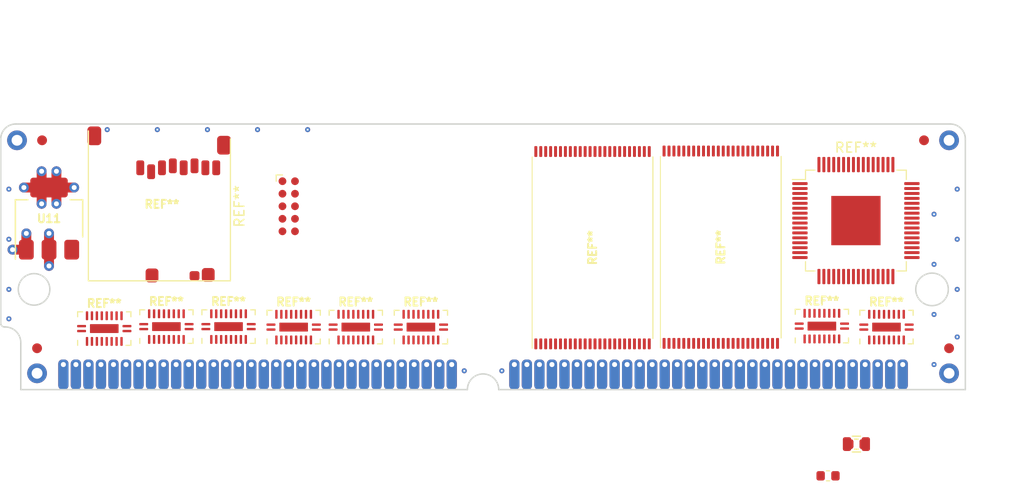
<source format=kicad_pcb>
(kicad_pcb (version 20171130) (host pcbnew "(5.1.5-0-10_14)")

  (general
    (thickness 1.6)
    (drawings 16)
    (tracks 40)
    (zones 0)
    (modules 32)
    (nets 64)
  )

  (page A4)
  (layers
    (0 F.Cu signal)
    (1 In1.Cu power)
    (2 In2.Cu signal)
    (31 B.Cu power)
    (32 B.Adhes user)
    (33 F.Adhes user)
    (34 B.Paste user)
    (35 F.Paste user)
    (36 B.SilkS user)
    (37 F.SilkS user)
    (38 B.Mask user)
    (39 F.Mask user)
    (40 Dwgs.User user)
    (41 Cmts.User user)
    (42 Eco1.User user)
    (43 Eco2.User user)
    (44 Edge.Cuts user)
    (45 Margin user)
    (46 B.CrtYd user)
    (47 F.CrtYd user)
    (48 B.Fab user)
    (49 F.Fab user)
  )

  (setup
    (last_trace_width 0.15)
    (user_trace_width 0.2)
    (user_trace_width 0.25)
    (user_trace_width 0.3)
    (user_trace_width 0.35)
    (user_trace_width 0.4)
    (user_trace_width 0.45)
    (user_trace_width 0.5)
    (user_trace_width 0.6)
    (user_trace_width 0.8)
    (user_trace_width 1)
    (trace_clearance 0.15)
    (zone_clearance 0.154)
    (zone_45_only no)
    (trace_min 0.15)
    (via_size 0.5)
    (via_drill 0.2)
    (via_min_size 0.5)
    (via_min_drill 0.2)
    (user_via 0.6 0.3)
    (user_via 0.8 0.4)
    (user_via 1 0.5)
    (uvia_size 0.3)
    (uvia_drill 0.1)
    (uvias_allowed no)
    (uvia_min_size 0.2)
    (uvia_min_drill 0.1)
    (edge_width 0.15)
    (segment_width 0.2)
    (pcb_text_width 0.3)
    (pcb_text_size 1.5 1.5)
    (mod_edge_width 0.15)
    (mod_text_size 1 1)
    (mod_text_width 0.15)
    (pad_size 0.3 1.475)
    (pad_drill 0)
    (pad_to_mask_clearance 0.0762)
    (solder_mask_min_width 0.1524)
    (pad_to_paste_clearance -0.0381)
    (aux_axis_origin 0 0)
    (visible_elements FFFFF7FF)
    (pcbplotparams
      (layerselection 0x010fc_ffffffff)
      (usegerberextensions true)
      (usegerberattributes false)
      (usegerberadvancedattributes false)
      (creategerberjobfile false)
      (excludeedgelayer true)
      (linewidth 0.100000)
      (plotframeref false)
      (viasonmask false)
      (mode 1)
      (useauxorigin false)
      (hpglpennumber 1)
      (hpglpenspeed 20)
      (hpglpendiameter 15.000000)
      (psnegative false)
      (psa4output false)
      (plotreference true)
      (plotvalue true)
      (plotinvisibletext false)
      (padsonsilk false)
      (subtractmaskfromsilk true)
      (outputformat 1)
      (mirror false)
      (drillshape 0)
      (scaleselection 1)
      (outputdirectory "gerber/"))
  )

  (net 0 "")
  (net 1 +5V)
  (net 2 /D0)
  (net 3 /D1)
  (net 4 /~WE~)
  (net 5 /D2)
  (net 6 /D3)
  (net 7 GND)
  (net 8 /D4)
  (net 9 /D5)
  (net 10 /D6)
  (net 11 /A11)
  (net 12 /D7)
  (net 13 /A0)
  (net 14 /A1)
  (net 15 /A2)
  (net 16 /A3)
  (net 17 /A4)
  (net 18 /A5)
  (net 19 /A6)
  (net 20 /A7)
  (net 21 /~CS~)
  (net 22 /~OE~)
  (net 23 /D8)
  (net 24 /D9)
  (net 25 /D10)
  (net 26 /D11)
  (net 27 /D12)
  (net 28 /D13)
  (net 29 /D14)
  (net 30 /D15)
  (net 31 /A8)
  (net 32 /A9)
  (net 33 /A10)
  (net 34 /A12)
  (net 35 /A13)
  (net 36 /A14)
  (net 37 /A15)
  (net 38 /A16)
  (net 39 /A17)
  (net 40 /A18)
  (net 41 /A19)
  (net 42 /A20)
  (net 43 /A21)
  (net 44 /A22)
  (net 45 /D16)
  (net 46 /D17)
  (net 47 /D18)
  (net 48 /D19)
  (net 49 /D20)
  (net 50 /D21)
  (net 51 /D22)
  (net 52 /D23)
  (net 53 /D24)
  (net 54 /D25)
  (net 55 /D26)
  (net 56 /D27)
  (net 57 /D28)
  (net 58 /D29)
  (net 59 /D30)
  (net 60 /D31)
  (net 61 +3V3)
  (net 62 "Net-(J1-Pad63)")
  (net 63 /RA23)

  (net_class Default "This is the default net class."
    (clearance 0.15)
    (trace_width 0.15)
    (via_dia 0.5)
    (via_drill 0.2)
    (uvia_dia 0.3)
    (uvia_drill 0.1)
    (add_net +3V3)
    (add_net +5V)
    (add_net /A0)
    (add_net /A1)
    (add_net /A10)
    (add_net /A11)
    (add_net /A12)
    (add_net /A13)
    (add_net /A14)
    (add_net /A15)
    (add_net /A16)
    (add_net /A17)
    (add_net /A18)
    (add_net /A19)
    (add_net /A2)
    (add_net /A20)
    (add_net /A21)
    (add_net /A22)
    (add_net /A3)
    (add_net /A4)
    (add_net /A5)
    (add_net /A6)
    (add_net /A7)
    (add_net /A8)
    (add_net /A9)
    (add_net /D0)
    (add_net /D1)
    (add_net /D10)
    (add_net /D11)
    (add_net /D12)
    (add_net /D13)
    (add_net /D14)
    (add_net /D15)
    (add_net /D16)
    (add_net /D17)
    (add_net /D18)
    (add_net /D19)
    (add_net /D2)
    (add_net /D20)
    (add_net /D21)
    (add_net /D22)
    (add_net /D23)
    (add_net /D24)
    (add_net /D25)
    (add_net /D26)
    (add_net /D27)
    (add_net /D28)
    (add_net /D29)
    (add_net /D3)
    (add_net /D30)
    (add_net /D31)
    (add_net /D4)
    (add_net /D5)
    (add_net /D6)
    (add_net /D7)
    (add_net /D8)
    (add_net /D9)
    (add_net /RA23)
    (add_net /~CS~)
    (add_net /~OE~)
    (add_net /~WE~)
    (add_net GND)
    (add_net "Net-(J1-Pad63)")
  )

  (module Package_QFP:LQFP-64-1EP_10x10mm_P0.5mm_EP5x5mm (layer F.Cu) (tedit 5DC5FE75) (tstamp 5EF43EFC)
    (at 158.45 110.5)
    (descr "LQFP, 64 Pin (https://www.analog.com/media/en/technical-documentation/data-sheets/adv7611.pdf), generated with kicad-footprint-generator ipc_gullwing_generator.py")
    (tags "LQFP QFP")
    (attr smd)
    (fp_text reference REF** (at 0 -7.4) (layer F.SilkS)
      (effects (font (size 1 1) (thickness 0.15)))
    )
    (fp_text value LQFP-64-1EP_10x10mm_P0.5mm_EP5x5mm (at 0 7.4) (layer F.Fab)
      (effects (font (size 1 1) (thickness 0.15)))
    )
    (fp_text user %R (at 0 0) (layer F.Fab)
      (effects (font (size 1 1) (thickness 0.15)))
    )
    (fp_line (start 6.7 4.15) (end 6.7 0) (layer F.CrtYd) (width 0.05))
    (fp_line (start 5.25 4.15) (end 6.7 4.15) (layer F.CrtYd) (width 0.05))
    (fp_line (start 5.25 5.25) (end 5.25 4.15) (layer F.CrtYd) (width 0.05))
    (fp_line (start 4.15 5.25) (end 5.25 5.25) (layer F.CrtYd) (width 0.05))
    (fp_line (start 4.15 6.7) (end 4.15 5.25) (layer F.CrtYd) (width 0.05))
    (fp_line (start 0 6.7) (end 4.15 6.7) (layer F.CrtYd) (width 0.05))
    (fp_line (start -6.7 4.15) (end -6.7 0) (layer F.CrtYd) (width 0.05))
    (fp_line (start -5.25 4.15) (end -6.7 4.15) (layer F.CrtYd) (width 0.05))
    (fp_line (start -5.25 5.25) (end -5.25 4.15) (layer F.CrtYd) (width 0.05))
    (fp_line (start -4.15 5.25) (end -5.25 5.25) (layer F.CrtYd) (width 0.05))
    (fp_line (start -4.15 6.7) (end -4.15 5.25) (layer F.CrtYd) (width 0.05))
    (fp_line (start 0 6.7) (end -4.15 6.7) (layer F.CrtYd) (width 0.05))
    (fp_line (start 6.7 -4.15) (end 6.7 0) (layer F.CrtYd) (width 0.05))
    (fp_line (start 5.25 -4.15) (end 6.7 -4.15) (layer F.CrtYd) (width 0.05))
    (fp_line (start 5.25 -5.25) (end 5.25 -4.15) (layer F.CrtYd) (width 0.05))
    (fp_line (start 4.15 -5.25) (end 5.25 -5.25) (layer F.CrtYd) (width 0.05))
    (fp_line (start 4.15 -6.7) (end 4.15 -5.25) (layer F.CrtYd) (width 0.05))
    (fp_line (start 0 -6.7) (end 4.15 -6.7) (layer F.CrtYd) (width 0.05))
    (fp_line (start -6.7 -4.15) (end -6.7 0) (layer F.CrtYd) (width 0.05))
    (fp_line (start -5.25 -4.15) (end -6.7 -4.15) (layer F.CrtYd) (width 0.05))
    (fp_line (start -5.25 -5.25) (end -5.25 -4.15) (layer F.CrtYd) (width 0.05))
    (fp_line (start -4.15 -5.25) (end -5.25 -5.25) (layer F.CrtYd) (width 0.05))
    (fp_line (start -4.15 -6.7) (end -4.15 -5.25) (layer F.CrtYd) (width 0.05))
    (fp_line (start 0 -6.7) (end -4.15 -6.7) (layer F.CrtYd) (width 0.05))
    (fp_line (start -5 -4) (end -4 -5) (layer F.Fab) (width 0.1))
    (fp_line (start -5 5) (end -5 -4) (layer F.Fab) (width 0.1))
    (fp_line (start 5 5) (end -5 5) (layer F.Fab) (width 0.1))
    (fp_line (start 5 -5) (end 5 5) (layer F.Fab) (width 0.1))
    (fp_line (start -4 -5) (end 5 -5) (layer F.Fab) (width 0.1))
    (fp_line (start -5.11 -4.16) (end -6.45 -4.16) (layer F.SilkS) (width 0.12))
    (fp_line (start -5.11 -5.11) (end -5.11 -4.16) (layer F.SilkS) (width 0.12))
    (fp_line (start -4.16 -5.11) (end -5.11 -5.11) (layer F.SilkS) (width 0.12))
    (fp_line (start 5.11 -5.11) (end 5.11 -4.16) (layer F.SilkS) (width 0.12))
    (fp_line (start 4.16 -5.11) (end 5.11 -5.11) (layer F.SilkS) (width 0.12))
    (fp_line (start -5.11 5.11) (end -5.11 4.16) (layer F.SilkS) (width 0.12))
    (fp_line (start -4.16 5.11) (end -5.11 5.11) (layer F.SilkS) (width 0.12))
    (fp_line (start 5.11 5.11) (end 5.11 4.16) (layer F.SilkS) (width 0.12))
    (fp_line (start 4.16 5.11) (end 5.11 5.11) (layer F.SilkS) (width 0.12))
    (pad "" smd roundrect (at 2 2) (size 0.81 0.81) (layers F.Paste) (roundrect_rratio 0.25))
    (pad "" smd roundrect (at 2 1) (size 0.81 0.81) (layers F.Paste) (roundrect_rratio 0.25))
    (pad "" smd roundrect (at 2 0) (size 0.81 0.81) (layers F.Paste) (roundrect_rratio 0.25))
    (pad "" smd roundrect (at 2 -1) (size 0.81 0.81) (layers F.Paste) (roundrect_rratio 0.25))
    (pad "" smd roundrect (at 2 -2) (size 0.81 0.81) (layers F.Paste) (roundrect_rratio 0.25))
    (pad "" smd roundrect (at 1 2) (size 0.81 0.81) (layers F.Paste) (roundrect_rratio 0.25))
    (pad "" smd roundrect (at 1 1) (size 0.81 0.81) (layers F.Paste) (roundrect_rratio 0.25))
    (pad "" smd roundrect (at 1 0) (size 0.81 0.81) (layers F.Paste) (roundrect_rratio 0.25))
    (pad "" smd roundrect (at 1 -1) (size 0.81 0.81) (layers F.Paste) (roundrect_rratio 0.25))
    (pad "" smd roundrect (at 1 -2) (size 0.81 0.81) (layers F.Paste) (roundrect_rratio 0.25))
    (pad "" smd roundrect (at 0 2) (size 0.81 0.81) (layers F.Paste) (roundrect_rratio 0.25))
    (pad "" smd roundrect (at 0 1) (size 0.81 0.81) (layers F.Paste) (roundrect_rratio 0.25))
    (pad "" smd roundrect (at 0 0) (size 0.81 0.81) (layers F.Paste) (roundrect_rratio 0.25))
    (pad "" smd roundrect (at 0 -1) (size 0.81 0.81) (layers F.Paste) (roundrect_rratio 0.25))
    (pad "" smd roundrect (at 0 -2) (size 0.81 0.81) (layers F.Paste) (roundrect_rratio 0.25))
    (pad "" smd roundrect (at -1 2) (size 0.81 0.81) (layers F.Paste) (roundrect_rratio 0.25))
    (pad "" smd roundrect (at -1 1) (size 0.81 0.81) (layers F.Paste) (roundrect_rratio 0.25))
    (pad "" smd roundrect (at -1 0) (size 0.81 0.81) (layers F.Paste) (roundrect_rratio 0.25))
    (pad "" smd roundrect (at -1 -1) (size 0.81 0.81) (layers F.Paste) (roundrect_rratio 0.25))
    (pad "" smd roundrect (at -1 -2) (size 0.81 0.81) (layers F.Paste) (roundrect_rratio 0.25))
    (pad "" smd roundrect (at -2 2) (size 0.81 0.81) (layers F.Paste) (roundrect_rratio 0.25))
    (pad "" smd roundrect (at -2 1) (size 0.81 0.81) (layers F.Paste) (roundrect_rratio 0.25))
    (pad "" smd roundrect (at -2 0) (size 0.81 0.81) (layers F.Paste) (roundrect_rratio 0.25))
    (pad "" smd roundrect (at -2 -1) (size 0.81 0.81) (layers F.Paste) (roundrect_rratio 0.25))
    (pad "" smd roundrect (at -2 -2) (size 0.81 0.81) (layers F.Paste) (roundrect_rratio 0.25))
    (pad 65 smd rect (at 0 0) (size 5 5) (layers F.Cu F.Mask))
    (pad 64 smd roundrect (at -3.75 -5.675) (size 0.3 1.55) (layers F.Cu F.Paste F.Mask) (roundrect_rratio 0.25))
    (pad 63 smd roundrect (at -3.25 -5.675) (size 0.3 1.55) (layers F.Cu F.Paste F.Mask) (roundrect_rratio 0.25))
    (pad 62 smd roundrect (at -2.75 -5.675) (size 0.3 1.55) (layers F.Cu F.Paste F.Mask) (roundrect_rratio 0.25))
    (pad 61 smd roundrect (at -2.25 -5.675) (size 0.3 1.55) (layers F.Cu F.Paste F.Mask) (roundrect_rratio 0.25))
    (pad 60 smd roundrect (at -1.75 -5.675) (size 0.3 1.55) (layers F.Cu F.Paste F.Mask) (roundrect_rratio 0.25))
    (pad 59 smd roundrect (at -1.25 -5.675) (size 0.3 1.55) (layers F.Cu F.Paste F.Mask) (roundrect_rratio 0.25))
    (pad 58 smd roundrect (at -0.75 -5.675) (size 0.3 1.55) (layers F.Cu F.Paste F.Mask) (roundrect_rratio 0.25))
    (pad 57 smd roundrect (at -0.25 -5.675) (size 0.3 1.55) (layers F.Cu F.Paste F.Mask) (roundrect_rratio 0.25))
    (pad 56 smd roundrect (at 0.25 -5.675) (size 0.3 1.55) (layers F.Cu F.Paste F.Mask) (roundrect_rratio 0.25))
    (pad 55 smd roundrect (at 0.75 -5.675) (size 0.3 1.55) (layers F.Cu F.Paste F.Mask) (roundrect_rratio 0.25))
    (pad 54 smd roundrect (at 1.25 -5.675) (size 0.3 1.55) (layers F.Cu F.Paste F.Mask) (roundrect_rratio 0.25))
    (pad 53 smd roundrect (at 1.75 -5.675) (size 0.3 1.55) (layers F.Cu F.Paste F.Mask) (roundrect_rratio 0.25))
    (pad 52 smd roundrect (at 2.25 -5.675) (size 0.3 1.55) (layers F.Cu F.Paste F.Mask) (roundrect_rratio 0.25))
    (pad 51 smd roundrect (at 2.75 -5.675) (size 0.3 1.55) (layers F.Cu F.Paste F.Mask) (roundrect_rratio 0.25))
    (pad 50 smd roundrect (at 3.25 -5.675) (size 0.3 1.55) (layers F.Cu F.Paste F.Mask) (roundrect_rratio 0.25))
    (pad 49 smd roundrect (at 3.75 -5.675) (size 0.3 1.55) (layers F.Cu F.Paste F.Mask) (roundrect_rratio 0.25))
    (pad 48 smd roundrect (at 5.675 -3.75) (size 1.55 0.3) (layers F.Cu F.Paste F.Mask) (roundrect_rratio 0.25))
    (pad 47 smd roundrect (at 5.675 -3.25) (size 1.55 0.3) (layers F.Cu F.Paste F.Mask) (roundrect_rratio 0.25))
    (pad 46 smd roundrect (at 5.675 -2.75) (size 1.55 0.3) (layers F.Cu F.Paste F.Mask) (roundrect_rratio 0.25))
    (pad 45 smd roundrect (at 5.675 -2.25) (size 1.55 0.3) (layers F.Cu F.Paste F.Mask) (roundrect_rratio 0.25))
    (pad 44 smd roundrect (at 5.675 -1.75) (size 1.55 0.3) (layers F.Cu F.Paste F.Mask) (roundrect_rratio 0.25))
    (pad 43 smd roundrect (at 5.675 -1.25) (size 1.55 0.3) (layers F.Cu F.Paste F.Mask) (roundrect_rratio 0.25))
    (pad 42 smd roundrect (at 5.675 -0.75) (size 1.55 0.3) (layers F.Cu F.Paste F.Mask) (roundrect_rratio 0.25))
    (pad 41 smd roundrect (at 5.675 -0.25) (size 1.55 0.3) (layers F.Cu F.Paste F.Mask) (roundrect_rratio 0.25))
    (pad 40 smd roundrect (at 5.675 0.25) (size 1.55 0.3) (layers F.Cu F.Paste F.Mask) (roundrect_rratio 0.25))
    (pad 39 smd roundrect (at 5.675 0.75) (size 1.55 0.3) (layers F.Cu F.Paste F.Mask) (roundrect_rratio 0.25))
    (pad 38 smd roundrect (at 5.675 1.25) (size 1.55 0.3) (layers F.Cu F.Paste F.Mask) (roundrect_rratio 0.25))
    (pad 37 smd roundrect (at 5.675 1.75) (size 1.55 0.3) (layers F.Cu F.Paste F.Mask) (roundrect_rratio 0.25))
    (pad 36 smd roundrect (at 5.675 2.25) (size 1.55 0.3) (layers F.Cu F.Paste F.Mask) (roundrect_rratio 0.25))
    (pad 35 smd roundrect (at 5.675 2.75) (size 1.55 0.3) (layers F.Cu F.Paste F.Mask) (roundrect_rratio 0.25))
    (pad 34 smd roundrect (at 5.675 3.25) (size 1.55 0.3) (layers F.Cu F.Paste F.Mask) (roundrect_rratio 0.25))
    (pad 33 smd roundrect (at 5.675 3.75) (size 1.55 0.3) (layers F.Cu F.Paste F.Mask) (roundrect_rratio 0.25))
    (pad 32 smd roundrect (at 3.75 5.675) (size 0.3 1.55) (layers F.Cu F.Paste F.Mask) (roundrect_rratio 0.25))
    (pad 31 smd roundrect (at 3.25 5.675) (size 0.3 1.55) (layers F.Cu F.Paste F.Mask) (roundrect_rratio 0.25))
    (pad 30 smd roundrect (at 2.75 5.675) (size 0.3 1.55) (layers F.Cu F.Paste F.Mask) (roundrect_rratio 0.25))
    (pad 29 smd roundrect (at 2.25 5.675) (size 0.3 1.55) (layers F.Cu F.Paste F.Mask) (roundrect_rratio 0.25))
    (pad 28 smd roundrect (at 1.75 5.675) (size 0.3 1.55) (layers F.Cu F.Paste F.Mask) (roundrect_rratio 0.25))
    (pad 27 smd roundrect (at 1.25 5.675) (size 0.3 1.55) (layers F.Cu F.Paste F.Mask) (roundrect_rratio 0.25))
    (pad 26 smd roundrect (at 0.75 5.675) (size 0.3 1.55) (layers F.Cu F.Paste F.Mask) (roundrect_rratio 0.25))
    (pad 25 smd roundrect (at 0.25 5.675) (size 0.3 1.55) (layers F.Cu F.Paste F.Mask) (roundrect_rratio 0.25))
    (pad 24 smd roundrect (at -0.25 5.675) (size 0.3 1.55) (layers F.Cu F.Paste F.Mask) (roundrect_rratio 0.25))
    (pad 23 smd roundrect (at -0.75 5.675) (size 0.3 1.55) (layers F.Cu F.Paste F.Mask) (roundrect_rratio 0.25))
    (pad 22 smd roundrect (at -1.25 5.675) (size 0.3 1.55) (layers F.Cu F.Paste F.Mask) (roundrect_rratio 0.25))
    (pad 21 smd roundrect (at -1.75 5.675) (size 0.3 1.55) (layers F.Cu F.Paste F.Mask) (roundrect_rratio 0.25))
    (pad 20 smd roundrect (at -2.25 5.675) (size 0.3 1.55) (layers F.Cu F.Paste F.Mask) (roundrect_rratio 0.25))
    (pad 19 smd roundrect (at -2.75 5.675) (size 0.3 1.55) (layers F.Cu F.Paste F.Mask) (roundrect_rratio 0.25))
    (pad 18 smd roundrect (at -3.25 5.675) (size 0.3 1.55) (layers F.Cu F.Paste F.Mask) (roundrect_rratio 0.25))
    (pad 17 smd roundrect (at -3.75 5.675) (size 0.3 1.55) (layers F.Cu F.Paste F.Mask) (roundrect_rratio 0.25))
    (pad 16 smd roundrect (at -5.675 3.75) (size 1.55 0.3) (layers F.Cu F.Paste F.Mask) (roundrect_rratio 0.25))
    (pad 15 smd roundrect (at -5.675 3.25) (size 1.55 0.3) (layers F.Cu F.Paste F.Mask) (roundrect_rratio 0.25))
    (pad 14 smd roundrect (at -5.675 2.75) (size 1.55 0.3) (layers F.Cu F.Paste F.Mask) (roundrect_rratio 0.25))
    (pad 13 smd roundrect (at -5.675 2.25) (size 1.55 0.3) (layers F.Cu F.Paste F.Mask) (roundrect_rratio 0.25))
    (pad 12 smd roundrect (at -5.675 1.75) (size 1.55 0.3) (layers F.Cu F.Paste F.Mask) (roundrect_rratio 0.25))
    (pad 11 smd roundrect (at -5.675 1.25) (size 1.55 0.3) (layers F.Cu F.Paste F.Mask) (roundrect_rratio 0.25))
    (pad 10 smd roundrect (at -5.675 0.75) (size 1.55 0.3) (layers F.Cu F.Paste F.Mask) (roundrect_rratio 0.25))
    (pad 9 smd roundrect (at -5.675 0.25) (size 1.55 0.3) (layers F.Cu F.Paste F.Mask) (roundrect_rratio 0.25))
    (pad 8 smd roundrect (at -5.675 -0.25) (size 1.55 0.3) (layers F.Cu F.Paste F.Mask) (roundrect_rratio 0.25))
    (pad 7 smd roundrect (at -5.675 -0.75) (size 1.55 0.3) (layers F.Cu F.Paste F.Mask) (roundrect_rratio 0.25))
    (pad 6 smd roundrect (at -5.675 -1.25) (size 1.55 0.3) (layers F.Cu F.Paste F.Mask) (roundrect_rratio 0.25))
    (pad 5 smd roundrect (at -5.675 -1.75) (size 1.55 0.3) (layers F.Cu F.Paste F.Mask) (roundrect_rratio 0.25))
    (pad 4 smd roundrect (at -5.675 -2.25) (size 1.55 0.3) (layers F.Cu F.Paste F.Mask) (roundrect_rratio 0.25))
    (pad 3 smd roundrect (at -5.675 -2.75) (size 1.55 0.3) (layers F.Cu F.Paste F.Mask) (roundrect_rratio 0.25))
    (pad 2 smd roundrect (at -5.675 -3.25) (size 1.55 0.3) (layers F.Cu F.Paste F.Mask) (roundrect_rratio 0.25))
    (pad 1 smd roundrect (at -5.675 -3.75) (size 1.55 0.3) (layers F.Cu F.Paste F.Mask) (roundrect_rratio 0.25))
    (model ${KISYS3DMOD}/Package_QFP.3dshapes/LQFP-64-1EP_10x10mm_P0.5mm_EP5x5mm.wrl
      (at (xyz 0 0 0))
      (scale (xyz 1 1 1))
      (rotate (xyz 0 0 0))
    )
  )

  (module stdpads:TSOP-I-48_18.4x12mm_P0.5mm (layer F.Cu) (tedit 5EE294F9) (tstamp 5EF42F85)
    (at 131.75 113.25 90)
    (descr "TSOP I, 32 pins, 18.4x8mm body (https://www.micron.com/~/media/documents/products/technical-note/nor-flash/tn1225_land_pad_design.pdf)")
    (tags "TSOP I 32")
    (solder_mask_margin 0.025)
    (solder_paste_margin -0.05)
    (attr smd)
    (fp_text reference REF** (at 0 0 90) (layer F.Fab)
      (effects (font (size 0.8128 0.8128) (thickness 0.2032)))
    )
    (fp_text value TSOP-I-48_18.4x12mm_P0.5mm (at 0 1.25 90) (layer F.Fab)
      (effects (font (size 0.8128 0.8128) (thickness 0.2032)))
    )
    (fp_line (start -8.2 -6) (end 9.2 -6) (layer F.Fab) (width 0.1))
    (fp_line (start -9.2 6) (end -9.2 -5) (layer F.Fab) (width 0.1))
    (fp_line (start 9.2 6) (end -9.2 6) (layer F.Fab) (width 0.1))
    (fp_line (start 9.2 -6) (end 9.2 6) (layer F.Fab) (width 0.1))
    (fp_text user %R (at 0 0 90) (layer F.SilkS)
      (effects (font (size 0.8128 0.8128) (thickness 0.2032)))
    )
    (fp_line (start -8.2 -6) (end -9.2 -5) (layer F.Fab) (width 0.1))
    (fp_line (start 9.2 -6.12) (end -10.2 -6.12) (layer F.SilkS) (width 0.1))
    (fp_line (start -9.2 6.12) (end 9.2 6.12) (layer F.SilkS) (width 0.12))
    (fp_line (start -10.55 -6.25) (end 10.55 -6.25) (layer F.CrtYd) (width 0.05))
    (fp_line (start 10.55 -6.25) (end 10.55 6.25) (layer F.CrtYd) (width 0.05))
    (fp_line (start 10.55 6.25) (end -10.55 6.25) (layer F.CrtYd) (width 0.05))
    (fp_line (start -10.55 6.25) (end -10.55 -6.25) (layer F.CrtYd) (width 0.05))
    (pad 48 smd roundrect (at 9.75 -5.75 90) (size 1.1 0.3) (layers F.Cu F.Paste F.Mask) (roundrect_rratio 0.25))
    (pad 47 smd roundrect (at 9.75 -5.25 90) (size 1.1 0.3) (layers F.Cu F.Paste F.Mask) (roundrect_rratio 0.25))
    (pad 46 smd roundrect (at 9.75 -4.75 90) (size 1.1 0.3) (layers F.Cu F.Paste F.Mask) (roundrect_rratio 0.25))
    (pad 45 smd roundrect (at 9.75 -4.25 90) (size 1.1 0.3) (layers F.Cu F.Paste F.Mask) (roundrect_rratio 0.25))
    (pad 44 smd roundrect (at 9.75 -3.75 90) (size 1.1 0.3) (layers F.Cu F.Paste F.Mask) (roundrect_rratio 0.25))
    (pad 43 smd roundrect (at 9.75 -3.25 90) (size 1.1 0.3) (layers F.Cu F.Paste F.Mask) (roundrect_rratio 0.25))
    (pad 42 smd roundrect (at 9.75 -2.75 90) (size 1.1 0.3) (layers F.Cu F.Paste F.Mask) (roundrect_rratio 0.25))
    (pad 41 smd roundrect (at 9.75 -2.25 90) (size 1.1 0.3) (layers F.Cu F.Paste F.Mask) (roundrect_rratio 0.25))
    (pad 40 smd roundrect (at 9.75 -1.75 90) (size 1.1 0.3) (layers F.Cu F.Paste F.Mask) (roundrect_rratio 0.25))
    (pad 39 smd roundrect (at 9.75 -1.25 90) (size 1.1 0.3) (layers F.Cu F.Paste F.Mask) (roundrect_rratio 0.25))
    (pad 38 smd roundrect (at 9.75 -0.75 90) (size 1.1 0.3) (layers F.Cu F.Paste F.Mask) (roundrect_rratio 0.25))
    (pad 37 smd roundrect (at 9.75 -0.25 90) (size 1.1 0.3) (layers F.Cu F.Paste F.Mask) (roundrect_rratio 0.25))
    (pad 36 smd roundrect (at 9.75 0.25 90) (size 1.1 0.3) (layers F.Cu F.Paste F.Mask) (roundrect_rratio 0.25))
    (pad 35 smd roundrect (at 9.75 0.75 90) (size 1.1 0.3) (layers F.Cu F.Paste F.Mask) (roundrect_rratio 0.25))
    (pad 34 smd roundrect (at 9.75 1.25 90) (size 1.1 0.3) (layers F.Cu F.Paste F.Mask) (roundrect_rratio 0.25))
    (pad 33 smd roundrect (at 9.75 1.75 90) (size 1.1 0.3) (layers F.Cu F.Paste F.Mask) (roundrect_rratio 0.25))
    (pad 32 smd roundrect (at 9.75 2.25 90) (size 1.1 0.3) (layers F.Cu F.Paste F.Mask) (roundrect_rratio 0.25))
    (pad 31 smd roundrect (at 9.75 2.75 90) (size 1.1 0.3) (layers F.Cu F.Paste F.Mask) (roundrect_rratio 0.25))
    (pad 30 smd roundrect (at 9.75 3.25 90) (size 1.1 0.3) (layers F.Cu F.Paste F.Mask) (roundrect_rratio 0.25))
    (pad 29 smd roundrect (at 9.75 3.75 90) (size 1.1 0.3) (layers F.Cu F.Paste F.Mask) (roundrect_rratio 0.25))
    (pad 28 smd roundrect (at 9.75 4.25 90) (size 1.1 0.3) (layers F.Cu F.Paste F.Mask) (roundrect_rratio 0.25))
    (pad 27 smd roundrect (at 9.75 4.75 90) (size 1.1 0.3) (layers F.Cu F.Paste F.Mask) (roundrect_rratio 0.25))
    (pad 26 smd roundrect (at 9.75 5.25 90) (size 1.1 0.3) (layers F.Cu F.Paste F.Mask) (roundrect_rratio 0.25))
    (pad 24 smd roundrect (at -9.75 5.75 90) (size 1.1 0.3) (layers F.Cu F.Paste F.Mask) (roundrect_rratio 0.25))
    (pad 23 smd roundrect (at -9.75 5.25 90) (size 1.1 0.3) (layers F.Cu F.Paste F.Mask) (roundrect_rratio 0.25))
    (pad 22 smd roundrect (at -9.75 4.75 90) (size 1.1 0.3) (layers F.Cu F.Paste F.Mask) (roundrect_rratio 0.25))
    (pad 21 smd roundrect (at -9.75 4.25 90) (size 1.1 0.3) (layers F.Cu F.Paste F.Mask) (roundrect_rratio 0.25))
    (pad 20 smd roundrect (at -9.75 3.75 90) (size 1.1 0.3) (layers F.Cu F.Paste F.Mask) (roundrect_rratio 0.25))
    (pad 19 smd roundrect (at -9.75 3.25 90) (size 1.1 0.3) (layers F.Cu F.Paste F.Mask) (roundrect_rratio 0.25))
    (pad 18 smd roundrect (at -9.75 2.75 90) (size 1.1 0.3) (layers F.Cu F.Paste F.Mask) (roundrect_rratio 0.25))
    (pad 17 smd roundrect (at -9.75 2.25 90) (size 1.1 0.3) (layers F.Cu F.Paste F.Mask) (roundrect_rratio 0.25))
    (pad 16 smd roundrect (at -9.75 1.75 90) (size 1.1 0.3) (layers F.Cu F.Paste F.Mask) (roundrect_rratio 0.25))
    (pad 15 smd roundrect (at -9.75 1.25 90) (size 1.1 0.3) (layers F.Cu F.Paste F.Mask) (roundrect_rratio 0.25))
    (pad 14 smd roundrect (at -9.75 0.75 90) (size 1.1 0.3) (layers F.Cu F.Paste F.Mask) (roundrect_rratio 0.25))
    (pad 13 smd roundrect (at -9.75 0.25 90) (size 1.1 0.3) (layers F.Cu F.Paste F.Mask) (roundrect_rratio 0.25))
    (pad 12 smd roundrect (at -9.75 -0.25 90) (size 1.1 0.3) (layers F.Cu F.Paste F.Mask) (roundrect_rratio 0.25))
    (pad 11 smd roundrect (at -9.75 -0.75 90) (size 1.1 0.3) (layers F.Cu F.Paste F.Mask) (roundrect_rratio 0.25))
    (pad 10 smd roundrect (at -9.75 -1.25 90) (size 1.1 0.3) (layers F.Cu F.Paste F.Mask) (roundrect_rratio 0.25))
    (pad 9 smd roundrect (at -9.75 -1.75 90) (size 1.1 0.3) (layers F.Cu F.Paste F.Mask) (roundrect_rratio 0.25))
    (pad 8 smd roundrect (at -9.75 -2.25 90) (size 1.1 0.3) (layers F.Cu F.Paste F.Mask) (roundrect_rratio 0.25))
    (pad 7 smd roundrect (at -9.75 -2.75 90) (size 1.1 0.3) (layers F.Cu F.Paste F.Mask) (roundrect_rratio 0.25))
    (pad 6 smd roundrect (at -9.75 -3.25 90) (size 1.1 0.3) (layers F.Cu F.Paste F.Mask) (roundrect_rratio 0.25))
    (pad 5 smd roundrect (at -9.75 -3.75 90) (size 1.1 0.3) (layers F.Cu F.Paste F.Mask) (roundrect_rratio 0.25))
    (pad 4 smd roundrect (at -9.75 -4.25 90) (size 1.1 0.3) (layers F.Cu F.Paste F.Mask) (roundrect_rratio 0.25))
    (pad 3 smd roundrect (at -9.75 -4.75 90) (size 1.1 0.3) (layers F.Cu F.Paste F.Mask) (roundrect_rratio 0.25))
    (pad 2 smd roundrect (at -9.75 -5.25 90) (size 1.1 0.3) (layers F.Cu F.Paste F.Mask) (roundrect_rratio 0.25))
    (pad 25 smd roundrect (at 9.75 5.75 90) (size 1.1 0.3) (layers F.Cu F.Paste F.Mask) (roundrect_rratio 0.25))
    (pad 1 smd roundrect (at -9.75 -5.75 90) (size 1.1 0.3) (layers F.Cu F.Paste F.Mask) (roundrect_rratio 0.25))
    (model ${KISYS3DMOD}/Package_SO.3dshapes/TSOP-I-48_18.4x12mm_P0.5mm.wrl
      (at (xyz 0 0 0))
      (scale (xyz 1 1 1))
      (rotate (xyz 0 0 0))
    )
  )

  (module stdpads:TSOP-I-48_18.4x12mm_P0.5mm (layer F.Cu) (tedit 5EE294F9) (tstamp 5EF42B59)
    (at 144.75 113.2 90)
    (descr "TSOP I, 32 pins, 18.4x8mm body (https://www.micron.com/~/media/documents/products/technical-note/nor-flash/tn1225_land_pad_design.pdf)")
    (tags "TSOP I 32")
    (solder_mask_margin 0.025)
    (solder_paste_margin -0.05)
    (attr smd)
    (fp_text reference REF** (at 0 0 90) (layer F.Fab)
      (effects (font (size 0.8128 0.8128) (thickness 0.2032)))
    )
    (fp_text value TSOP-I-48_18.4x12mm_P0.5mm (at 0 1.25 90) (layer F.Fab)
      (effects (font (size 0.8128 0.8128) (thickness 0.2032)))
    )
    (fp_line (start -10.55 6.25) (end -10.55 -6.25) (layer F.CrtYd) (width 0.05))
    (fp_line (start 10.55 6.25) (end -10.55 6.25) (layer F.CrtYd) (width 0.05))
    (fp_line (start 10.55 -6.25) (end 10.55 6.25) (layer F.CrtYd) (width 0.05))
    (fp_line (start -10.55 -6.25) (end 10.55 -6.25) (layer F.CrtYd) (width 0.05))
    (fp_line (start -9.2 6.12) (end 9.2 6.12) (layer F.SilkS) (width 0.12))
    (fp_line (start 9.2 -6.12) (end -10.2 -6.12) (layer F.SilkS) (width 0.1))
    (fp_line (start -8.2 -6) (end -9.2 -5) (layer F.Fab) (width 0.1))
    (fp_text user %R (at 0 0 90) (layer F.SilkS)
      (effects (font (size 0.8128 0.8128) (thickness 0.2032)))
    )
    (fp_line (start 9.2 -6) (end 9.2 6) (layer F.Fab) (width 0.1))
    (fp_line (start 9.2 6) (end -9.2 6) (layer F.Fab) (width 0.1))
    (fp_line (start -9.2 6) (end -9.2 -5) (layer F.Fab) (width 0.1))
    (fp_line (start -8.2 -6) (end 9.2 -6) (layer F.Fab) (width 0.1))
    (pad 1 smd roundrect (at -9.75 -5.75 90) (size 1.1 0.3) (layers F.Cu F.Paste F.Mask) (roundrect_rratio 0.25))
    (pad 25 smd roundrect (at 9.75 5.75 90) (size 1.1 0.3) (layers F.Cu F.Paste F.Mask) (roundrect_rratio 0.25))
    (pad 2 smd roundrect (at -9.75 -5.25 90) (size 1.1 0.3) (layers F.Cu F.Paste F.Mask) (roundrect_rratio 0.25))
    (pad 3 smd roundrect (at -9.75 -4.75 90) (size 1.1 0.3) (layers F.Cu F.Paste F.Mask) (roundrect_rratio 0.25))
    (pad 4 smd roundrect (at -9.75 -4.25 90) (size 1.1 0.3) (layers F.Cu F.Paste F.Mask) (roundrect_rratio 0.25))
    (pad 5 smd roundrect (at -9.75 -3.75 90) (size 1.1 0.3) (layers F.Cu F.Paste F.Mask) (roundrect_rratio 0.25))
    (pad 6 smd roundrect (at -9.75 -3.25 90) (size 1.1 0.3) (layers F.Cu F.Paste F.Mask) (roundrect_rratio 0.25))
    (pad 7 smd roundrect (at -9.75 -2.75 90) (size 1.1 0.3) (layers F.Cu F.Paste F.Mask) (roundrect_rratio 0.25))
    (pad 8 smd roundrect (at -9.75 -2.25 90) (size 1.1 0.3) (layers F.Cu F.Paste F.Mask) (roundrect_rratio 0.25))
    (pad 9 smd roundrect (at -9.75 -1.75 90) (size 1.1 0.3) (layers F.Cu F.Paste F.Mask) (roundrect_rratio 0.25))
    (pad 10 smd roundrect (at -9.75 -1.25 90) (size 1.1 0.3) (layers F.Cu F.Paste F.Mask) (roundrect_rratio 0.25))
    (pad 11 smd roundrect (at -9.75 -0.75 90) (size 1.1 0.3) (layers F.Cu F.Paste F.Mask) (roundrect_rratio 0.25))
    (pad 12 smd roundrect (at -9.75 -0.25 90) (size 1.1 0.3) (layers F.Cu F.Paste F.Mask) (roundrect_rratio 0.25))
    (pad 13 smd roundrect (at -9.75 0.25 90) (size 1.1 0.3) (layers F.Cu F.Paste F.Mask) (roundrect_rratio 0.25))
    (pad 14 smd roundrect (at -9.75 0.75 90) (size 1.1 0.3) (layers F.Cu F.Paste F.Mask) (roundrect_rratio 0.25))
    (pad 15 smd roundrect (at -9.75 1.25 90) (size 1.1 0.3) (layers F.Cu F.Paste F.Mask) (roundrect_rratio 0.25))
    (pad 16 smd roundrect (at -9.75 1.75 90) (size 1.1 0.3) (layers F.Cu F.Paste F.Mask) (roundrect_rratio 0.25))
    (pad 17 smd roundrect (at -9.75 2.25 90) (size 1.1 0.3) (layers F.Cu F.Paste F.Mask) (roundrect_rratio 0.25))
    (pad 18 smd roundrect (at -9.75 2.75 90) (size 1.1 0.3) (layers F.Cu F.Paste F.Mask) (roundrect_rratio 0.25))
    (pad 19 smd roundrect (at -9.75 3.25 90) (size 1.1 0.3) (layers F.Cu F.Paste F.Mask) (roundrect_rratio 0.25))
    (pad 20 smd roundrect (at -9.75 3.75 90) (size 1.1 0.3) (layers F.Cu F.Paste F.Mask) (roundrect_rratio 0.25))
    (pad 21 smd roundrect (at -9.75 4.25 90) (size 1.1 0.3) (layers F.Cu F.Paste F.Mask) (roundrect_rratio 0.25))
    (pad 22 smd roundrect (at -9.75 4.75 90) (size 1.1 0.3) (layers F.Cu F.Paste F.Mask) (roundrect_rratio 0.25))
    (pad 23 smd roundrect (at -9.75 5.25 90) (size 1.1 0.3) (layers F.Cu F.Paste F.Mask) (roundrect_rratio 0.25))
    (pad 24 smd roundrect (at -9.75 5.75 90) (size 1.1 0.3) (layers F.Cu F.Paste F.Mask) (roundrect_rratio 0.25))
    (pad 26 smd roundrect (at 9.75 5.25 90) (size 1.1 0.3) (layers F.Cu F.Paste F.Mask) (roundrect_rratio 0.25))
    (pad 27 smd roundrect (at 9.75 4.75 90) (size 1.1 0.3) (layers F.Cu F.Paste F.Mask) (roundrect_rratio 0.25))
    (pad 28 smd roundrect (at 9.75 4.25 90) (size 1.1 0.3) (layers F.Cu F.Paste F.Mask) (roundrect_rratio 0.25))
    (pad 29 smd roundrect (at 9.75 3.75 90) (size 1.1 0.3) (layers F.Cu F.Paste F.Mask) (roundrect_rratio 0.25))
    (pad 30 smd roundrect (at 9.75 3.25 90) (size 1.1 0.3) (layers F.Cu F.Paste F.Mask) (roundrect_rratio 0.25))
    (pad 31 smd roundrect (at 9.75 2.75 90) (size 1.1 0.3) (layers F.Cu F.Paste F.Mask) (roundrect_rratio 0.25))
    (pad 32 smd roundrect (at 9.75 2.25 90) (size 1.1 0.3) (layers F.Cu F.Paste F.Mask) (roundrect_rratio 0.25))
    (pad 33 smd roundrect (at 9.75 1.75 90) (size 1.1 0.3) (layers F.Cu F.Paste F.Mask) (roundrect_rratio 0.25))
    (pad 34 smd roundrect (at 9.75 1.25 90) (size 1.1 0.3) (layers F.Cu F.Paste F.Mask) (roundrect_rratio 0.25))
    (pad 35 smd roundrect (at 9.75 0.75 90) (size 1.1 0.3) (layers F.Cu F.Paste F.Mask) (roundrect_rratio 0.25))
    (pad 36 smd roundrect (at 9.75 0.25 90) (size 1.1 0.3) (layers F.Cu F.Paste F.Mask) (roundrect_rratio 0.25))
    (pad 37 smd roundrect (at 9.75 -0.25 90) (size 1.1 0.3) (layers F.Cu F.Paste F.Mask) (roundrect_rratio 0.25))
    (pad 38 smd roundrect (at 9.75 -0.75 90) (size 1.1 0.3) (layers F.Cu F.Paste F.Mask) (roundrect_rratio 0.25))
    (pad 39 smd roundrect (at 9.75 -1.25 90) (size 1.1 0.3) (layers F.Cu F.Paste F.Mask) (roundrect_rratio 0.25))
    (pad 40 smd roundrect (at 9.75 -1.75 90) (size 1.1 0.3) (layers F.Cu F.Paste F.Mask) (roundrect_rratio 0.25))
    (pad 41 smd roundrect (at 9.75 -2.25 90) (size 1.1 0.3) (layers F.Cu F.Paste F.Mask) (roundrect_rratio 0.25))
    (pad 42 smd roundrect (at 9.75 -2.75 90) (size 1.1 0.3) (layers F.Cu F.Paste F.Mask) (roundrect_rratio 0.25))
    (pad 43 smd roundrect (at 9.75 -3.25 90) (size 1.1 0.3) (layers F.Cu F.Paste F.Mask) (roundrect_rratio 0.25))
    (pad 44 smd roundrect (at 9.75 -3.75 90) (size 1.1 0.3) (layers F.Cu F.Paste F.Mask) (roundrect_rratio 0.25))
    (pad 45 smd roundrect (at 9.75 -4.25 90) (size 1.1 0.3) (layers F.Cu F.Paste F.Mask) (roundrect_rratio 0.25))
    (pad 46 smd roundrect (at 9.75 -4.75 90) (size 1.1 0.3) (layers F.Cu F.Paste F.Mask) (roundrect_rratio 0.25))
    (pad 47 smd roundrect (at 9.75 -5.25 90) (size 1.1 0.3) (layers F.Cu F.Paste F.Mask) (roundrect_rratio 0.25))
    (pad 48 smd roundrect (at 9.75 -5.75 90) (size 1.1 0.3) (layers F.Cu F.Paste F.Mask) (roundrect_rratio 0.25))
    (model ${KISYS3DMOD}/Package_SO.3dshapes/TSOP-I-48_18.4x12mm_P0.5mm.wrl
      (at (xyz 0 0 0))
      (scale (xyz 1 1 1))
      (rotate (xyz 0 0 0))
    )
  )

  (module stdpads:NXP_DHVFQFN-20_SOT764-1 (layer F.Cu) (tedit 5EEAAD60) (tstamp 5EF3F56C)
    (at 161.55 121.3)
    (solder_mask_margin 0.03)
    (solder_paste_margin -0.03)
    (attr smd)
    (fp_text reference REF** (at 0 0) (layer F.Fab)
      (effects (font (size 0.254 0.254) (thickness 0.0635)))
    )
    (fp_text value NXP_DHVFQFN-20_SOT764-1 (at 0 2.45) (layer F.Fab)
      (effects (font (size 0.508 0.508) (thickness 0.127)))
    )
    (fp_line (start 3.05 2.05) (end 3.05 -2.05) (layer F.CrtYd) (width 0.05))
    (fp_line (start -3.05 -2.05) (end 3.05 -2.05) (layer F.CrtYd) (width 0.05))
    (fp_line (start -3.05 2.05) (end 3.05 2.05) (layer F.CrtYd) (width 0.05))
    (fp_line (start -3.05 -2.05) (end -3.05 2.05) (layer F.CrtYd) (width 0.05))
    (fp_line (start 2.4 -1.4) (end -2.4 -1.4) (layer F.Fab) (width 0.05))
    (fp_line (start 2.4 1.4) (end 2.4 -1.4) (layer F.Fab) (width 0.05))
    (fp_line (start -2.4 1.4) (end 2.4 1.4) (layer F.Fab) (width 0.05))
    (fp_line (start -2.4 -1.4) (end -2.4 1.4) (layer F.Fab) (width 0.05))
    (fp_line (start -2.7 -1.7) (end -2.7 -1.2) (layer F.SilkS) (width 0.127))
    (fp_line (start -2.7 -1.7) (end -2.2 -1.7) (layer F.SilkS) (width 0.127))
    (fp_line (start 2.7 1.7) (end 2.2 1.7) (layer F.SilkS) (width 0.127))
    (fp_line (start 2.7 1.7) (end 2.7 1.2) (layer F.SilkS) (width 0.127))
    (fp_line (start 2.7 -1.2) (end 2.7 -1.7) (layer F.SilkS) (width 0.127))
    (fp_line (start 2.7 -1.7) (end 2.25 -1.7) (layer F.SilkS) (width 0.127))
    (fp_line (start -2.7 1.2) (end -2.7 1.7) (layer F.SilkS) (width 0.127))
    (fp_text user REF** (at 0 -2.55) (layer F.SilkS)
      (effects (font (size 0.8128 0.8128) (thickness 0.2032)))
    )
    (pad 1 smd roundrect (at -2.3 0.25 90) (size 0.24 0.9) (layers F.Cu F.Paste F.Mask) (roundrect_rratio 0.25))
    (pad 20 smd roundrect (at -2.3 -0.25 90) (size 0.24 0.9) (layers F.Cu F.Paste F.Mask) (roundrect_rratio 0.25))
    (pad 19 smd roundrect (at -1.75 -1.3) (size 0.24 0.9) (layers F.Cu F.Paste F.Mask) (roundrect_rratio 0.25))
    (pad 14 smd roundrect (at 0.75 -1.3) (size 0.24 0.9) (layers F.Cu F.Paste F.Mask) (roundrect_rratio 0.25))
    (pad 13 smd roundrect (at 1.25 -1.3) (size 0.24 0.9) (layers F.Cu F.Paste F.Mask) (roundrect_rratio 0.25))
    (pad 12 smd roundrect (at 1.75 -1.3) (size 0.24 0.9) (layers F.Cu F.Paste F.Mask) (roundrect_rratio 0.25))
    (pad 11 smd roundrect (at 2.3 -0.25 90) (size 0.24 0.9) (layers F.Cu F.Paste F.Mask) (roundrect_rratio 0.25))
    (pad 10 smd roundrect (at 2.3 0.25 90) (size 0.24 0.9) (layers F.Cu F.Paste F.Mask) (roundrect_rratio 0.25))
    (pad 6 smd roundrect (at 0.25 1.3) (size 0.24 0.9) (layers F.Cu F.Paste F.Mask) (roundrect_rratio 0.25))
    (pad 5 smd roundrect (at -0.25 1.3) (size 0.24 0.9) (layers F.Cu F.Paste F.Mask) (roundrect_rratio 0.25))
    (pad 4 smd roundrect (at -0.75 1.3) (size 0.24 0.9) (layers F.Cu F.Paste F.Mask) (roundrect_rratio 0.25))
    (pad 3 smd roundrect (at -1.25 1.3) (size 0.24 0.9) (layers F.Cu F.Paste F.Mask) (roundrect_rratio 0.25))
    (pad 2 smd roundrect (at -1.75 1.3) (size 0.24 0.9) (layers F.Cu F.Paste F.Mask) (roundrect_rratio 0.25))
    (pad 21 smd roundrect (at 0 0) (size 2.9 0.9) (layers F.Cu F.Paste F.Mask) (roundrect_rratio 0.05)
      (solder_paste_margin -0.28) (zone_connect 2))
    (pad 7 smd roundrect (at 0.75 1.3) (size 0.24 0.9) (layers F.Cu F.Paste F.Mask) (roundrect_rratio 0.25))
    (pad 8 smd roundrect (at 1.25 1.3) (size 0.24 0.9) (layers F.Cu F.Paste F.Mask) (roundrect_rratio 0.25))
    (pad 9 smd roundrect (at 1.75 1.3) (size 0.24 0.9) (layers F.Cu F.Paste F.Mask) (roundrect_rratio 0.25))
    (pad 15 smd roundrect (at 0.25 -1.3) (size 0.24 0.9) (layers F.Cu F.Paste F.Mask) (roundrect_rratio 0.25))
    (pad 16 smd roundrect (at -0.25 -1.3) (size 0.24 0.9) (layers F.Cu F.Paste F.Mask) (roundrect_rratio 0.25))
    (pad 17 smd roundrect (at -0.75 -1.3) (size 0.24 0.9) (layers F.Cu F.Paste F.Mask) (roundrect_rratio 0.25))
    (pad 18 smd roundrect (at -1.25 -1.3) (size 0.24 0.9) (layers F.Cu F.Paste F.Mask) (roundrect_rratio 0.25))
    (model ${KISYS3DMOD}/Package_DFN_QFN.3dshapes/DFN-16-1EP_3x5mm_P0.5mm_EP1.66x4.4mm.wrl
      (at (xyz 0 0 0))
      (scale (xyz 1 1 1))
      (rotate (xyz 0 0 -90))
    )
  )

  (module stdpads:NXP_DHVFQFN-20_SOT764-1 (layer F.Cu) (tedit 5EEAAD60) (tstamp 5EF3F544)
    (at 114.35 121.3)
    (solder_mask_margin 0.03)
    (solder_paste_margin -0.03)
    (attr smd)
    (fp_text reference REF** (at 0 0) (layer F.Fab)
      (effects (font (size 0.254 0.254) (thickness 0.0635)))
    )
    (fp_text value NXP_DHVFQFN-20_SOT764-1 (at 0 2.45) (layer F.Fab)
      (effects (font (size 0.508 0.508) (thickness 0.127)))
    )
    (fp_line (start 3.05 2.05) (end 3.05 -2.05) (layer F.CrtYd) (width 0.05))
    (fp_line (start -3.05 -2.05) (end 3.05 -2.05) (layer F.CrtYd) (width 0.05))
    (fp_line (start -3.05 2.05) (end 3.05 2.05) (layer F.CrtYd) (width 0.05))
    (fp_line (start -3.05 -2.05) (end -3.05 2.05) (layer F.CrtYd) (width 0.05))
    (fp_line (start 2.4 -1.4) (end -2.4 -1.4) (layer F.Fab) (width 0.05))
    (fp_line (start 2.4 1.4) (end 2.4 -1.4) (layer F.Fab) (width 0.05))
    (fp_line (start -2.4 1.4) (end 2.4 1.4) (layer F.Fab) (width 0.05))
    (fp_line (start -2.4 -1.4) (end -2.4 1.4) (layer F.Fab) (width 0.05))
    (fp_line (start -2.7 -1.7) (end -2.7 -1.2) (layer F.SilkS) (width 0.127))
    (fp_line (start -2.7 -1.7) (end -2.2 -1.7) (layer F.SilkS) (width 0.127))
    (fp_line (start 2.7 1.7) (end 2.2 1.7) (layer F.SilkS) (width 0.127))
    (fp_line (start 2.7 1.7) (end 2.7 1.2) (layer F.SilkS) (width 0.127))
    (fp_line (start 2.7 -1.2) (end 2.7 -1.7) (layer F.SilkS) (width 0.127))
    (fp_line (start 2.7 -1.7) (end 2.25 -1.7) (layer F.SilkS) (width 0.127))
    (fp_line (start -2.7 1.2) (end -2.7 1.7) (layer F.SilkS) (width 0.127))
    (fp_text user REF** (at 0 -2.55) (layer F.SilkS)
      (effects (font (size 0.8128 0.8128) (thickness 0.2032)))
    )
    (pad 1 smd roundrect (at -2.3 0.25 90) (size 0.24 0.9) (layers F.Cu F.Paste F.Mask) (roundrect_rratio 0.25))
    (pad 20 smd roundrect (at -2.3 -0.25 90) (size 0.24 0.9) (layers F.Cu F.Paste F.Mask) (roundrect_rratio 0.25))
    (pad 19 smd roundrect (at -1.75 -1.3) (size 0.24 0.9) (layers F.Cu F.Paste F.Mask) (roundrect_rratio 0.25))
    (pad 14 smd roundrect (at 0.75 -1.3) (size 0.24 0.9) (layers F.Cu F.Paste F.Mask) (roundrect_rratio 0.25))
    (pad 13 smd roundrect (at 1.25 -1.3) (size 0.24 0.9) (layers F.Cu F.Paste F.Mask) (roundrect_rratio 0.25))
    (pad 12 smd roundrect (at 1.75 -1.3) (size 0.24 0.9) (layers F.Cu F.Paste F.Mask) (roundrect_rratio 0.25))
    (pad 11 smd roundrect (at 2.3 -0.25 90) (size 0.24 0.9) (layers F.Cu F.Paste F.Mask) (roundrect_rratio 0.25))
    (pad 10 smd roundrect (at 2.3 0.25 90) (size 0.24 0.9) (layers F.Cu F.Paste F.Mask) (roundrect_rratio 0.25))
    (pad 6 smd roundrect (at 0.25 1.3) (size 0.24 0.9) (layers F.Cu F.Paste F.Mask) (roundrect_rratio 0.25))
    (pad 5 smd roundrect (at -0.25 1.3) (size 0.24 0.9) (layers F.Cu F.Paste F.Mask) (roundrect_rratio 0.25))
    (pad 4 smd roundrect (at -0.75 1.3) (size 0.24 0.9) (layers F.Cu F.Paste F.Mask) (roundrect_rratio 0.25))
    (pad 3 smd roundrect (at -1.25 1.3) (size 0.24 0.9) (layers F.Cu F.Paste F.Mask) (roundrect_rratio 0.25))
    (pad 2 smd roundrect (at -1.75 1.3) (size 0.24 0.9) (layers F.Cu F.Paste F.Mask) (roundrect_rratio 0.25))
    (pad 21 smd roundrect (at 0 0) (size 2.9 0.9) (layers F.Cu F.Paste F.Mask) (roundrect_rratio 0.05)
      (solder_paste_margin -0.28) (zone_connect 2))
    (pad 7 smd roundrect (at 0.75 1.3) (size 0.24 0.9) (layers F.Cu F.Paste F.Mask) (roundrect_rratio 0.25))
    (pad 8 smd roundrect (at 1.25 1.3) (size 0.24 0.9) (layers F.Cu F.Paste F.Mask) (roundrect_rratio 0.25))
    (pad 9 smd roundrect (at 1.75 1.3) (size 0.24 0.9) (layers F.Cu F.Paste F.Mask) (roundrect_rratio 0.25))
    (pad 15 smd roundrect (at 0.25 -1.3) (size 0.24 0.9) (layers F.Cu F.Paste F.Mask) (roundrect_rratio 0.25))
    (pad 16 smd roundrect (at -0.25 -1.3) (size 0.24 0.9) (layers F.Cu F.Paste F.Mask) (roundrect_rratio 0.25))
    (pad 17 smd roundrect (at -0.75 -1.3) (size 0.24 0.9) (layers F.Cu F.Paste F.Mask) (roundrect_rratio 0.25))
    (pad 18 smd roundrect (at -1.25 -1.3) (size 0.24 0.9) (layers F.Cu F.Paste F.Mask) (roundrect_rratio 0.25))
    (model ${KISYS3DMOD}/Package_DFN_QFN.3dshapes/DFN-16-1EP_3x5mm_P0.5mm_EP1.66x4.4mm.wrl
      (at (xyz 0 0 0))
      (scale (xyz 1 1 1))
      (rotate (xyz 0 0 -90))
    )
  )

  (module stdpads:NXP_DHVFQFN-20_SOT764-1 (layer F.Cu) (tedit 5EEAAD60) (tstamp 5EF3F51C)
    (at 107.75 121.3)
    (solder_mask_margin 0.03)
    (solder_paste_margin -0.03)
    (attr smd)
    (fp_text reference REF** (at 0 0) (layer F.Fab)
      (effects (font (size 0.254 0.254) (thickness 0.0635)))
    )
    (fp_text value NXP_DHVFQFN-20_SOT764-1 (at 0 2.45) (layer F.Fab)
      (effects (font (size 0.508 0.508) (thickness 0.127)))
    )
    (fp_text user REF** (at 0 -2.55) (layer F.SilkS)
      (effects (font (size 0.8128 0.8128) (thickness 0.2032)))
    )
    (fp_line (start -2.7 1.2) (end -2.7 1.7) (layer F.SilkS) (width 0.127))
    (fp_line (start 2.7 -1.7) (end 2.25 -1.7) (layer F.SilkS) (width 0.127))
    (fp_line (start 2.7 -1.2) (end 2.7 -1.7) (layer F.SilkS) (width 0.127))
    (fp_line (start 2.7 1.7) (end 2.7 1.2) (layer F.SilkS) (width 0.127))
    (fp_line (start 2.7 1.7) (end 2.2 1.7) (layer F.SilkS) (width 0.127))
    (fp_line (start -2.7 -1.7) (end -2.2 -1.7) (layer F.SilkS) (width 0.127))
    (fp_line (start -2.7 -1.7) (end -2.7 -1.2) (layer F.SilkS) (width 0.127))
    (fp_line (start -2.4 -1.4) (end -2.4 1.4) (layer F.Fab) (width 0.05))
    (fp_line (start -2.4 1.4) (end 2.4 1.4) (layer F.Fab) (width 0.05))
    (fp_line (start 2.4 1.4) (end 2.4 -1.4) (layer F.Fab) (width 0.05))
    (fp_line (start 2.4 -1.4) (end -2.4 -1.4) (layer F.Fab) (width 0.05))
    (fp_line (start -3.05 -2.05) (end -3.05 2.05) (layer F.CrtYd) (width 0.05))
    (fp_line (start -3.05 2.05) (end 3.05 2.05) (layer F.CrtYd) (width 0.05))
    (fp_line (start -3.05 -2.05) (end 3.05 -2.05) (layer F.CrtYd) (width 0.05))
    (fp_line (start 3.05 2.05) (end 3.05 -2.05) (layer F.CrtYd) (width 0.05))
    (pad 18 smd roundrect (at -1.25 -1.3) (size 0.24 0.9) (layers F.Cu F.Paste F.Mask) (roundrect_rratio 0.25))
    (pad 17 smd roundrect (at -0.75 -1.3) (size 0.24 0.9) (layers F.Cu F.Paste F.Mask) (roundrect_rratio 0.25))
    (pad 16 smd roundrect (at -0.25 -1.3) (size 0.24 0.9) (layers F.Cu F.Paste F.Mask) (roundrect_rratio 0.25))
    (pad 15 smd roundrect (at 0.25 -1.3) (size 0.24 0.9) (layers F.Cu F.Paste F.Mask) (roundrect_rratio 0.25))
    (pad 9 smd roundrect (at 1.75 1.3) (size 0.24 0.9) (layers F.Cu F.Paste F.Mask) (roundrect_rratio 0.25))
    (pad 8 smd roundrect (at 1.25 1.3) (size 0.24 0.9) (layers F.Cu F.Paste F.Mask) (roundrect_rratio 0.25))
    (pad 7 smd roundrect (at 0.75 1.3) (size 0.24 0.9) (layers F.Cu F.Paste F.Mask) (roundrect_rratio 0.25))
    (pad 21 smd roundrect (at 0 0) (size 2.9 0.9) (layers F.Cu F.Paste F.Mask) (roundrect_rratio 0.05)
      (solder_paste_margin -0.28) (zone_connect 2))
    (pad 2 smd roundrect (at -1.75 1.3) (size 0.24 0.9) (layers F.Cu F.Paste F.Mask) (roundrect_rratio 0.25))
    (pad 3 smd roundrect (at -1.25 1.3) (size 0.24 0.9) (layers F.Cu F.Paste F.Mask) (roundrect_rratio 0.25))
    (pad 4 smd roundrect (at -0.75 1.3) (size 0.24 0.9) (layers F.Cu F.Paste F.Mask) (roundrect_rratio 0.25))
    (pad 5 smd roundrect (at -0.25 1.3) (size 0.24 0.9) (layers F.Cu F.Paste F.Mask) (roundrect_rratio 0.25))
    (pad 6 smd roundrect (at 0.25 1.3) (size 0.24 0.9) (layers F.Cu F.Paste F.Mask) (roundrect_rratio 0.25))
    (pad 10 smd roundrect (at 2.3 0.25 90) (size 0.24 0.9) (layers F.Cu F.Paste F.Mask) (roundrect_rratio 0.25))
    (pad 11 smd roundrect (at 2.3 -0.25 90) (size 0.24 0.9) (layers F.Cu F.Paste F.Mask) (roundrect_rratio 0.25))
    (pad 12 smd roundrect (at 1.75 -1.3) (size 0.24 0.9) (layers F.Cu F.Paste F.Mask) (roundrect_rratio 0.25))
    (pad 13 smd roundrect (at 1.25 -1.3) (size 0.24 0.9) (layers F.Cu F.Paste F.Mask) (roundrect_rratio 0.25))
    (pad 14 smd roundrect (at 0.75 -1.3) (size 0.24 0.9) (layers F.Cu F.Paste F.Mask) (roundrect_rratio 0.25))
    (pad 19 smd roundrect (at -1.75 -1.3) (size 0.24 0.9) (layers F.Cu F.Paste F.Mask) (roundrect_rratio 0.25))
    (pad 20 smd roundrect (at -2.3 -0.25 90) (size 0.24 0.9) (layers F.Cu F.Paste F.Mask) (roundrect_rratio 0.25))
    (pad 1 smd roundrect (at -2.3 0.25 90) (size 0.24 0.9) (layers F.Cu F.Paste F.Mask) (roundrect_rratio 0.25))
    (model ${KISYS3DMOD}/Package_DFN_QFN.3dshapes/DFN-16-1EP_3x5mm_P0.5mm_EP1.66x4.4mm.wrl
      (at (xyz 0 0 0))
      (scale (xyz 1 1 1))
      (rotate (xyz 0 0 -90))
    )
  )

  (module stdpads:NXP_DHVFQFN-20_SOT764-1 (layer F.Cu) (tedit 5EEAAD60) (tstamp 5EF3F4F4)
    (at 155 121.2)
    (solder_mask_margin 0.03)
    (solder_paste_margin -0.03)
    (attr smd)
    (fp_text reference REF** (at 0 0) (layer F.Fab)
      (effects (font (size 0.254 0.254) (thickness 0.0635)))
    )
    (fp_text value NXP_DHVFQFN-20_SOT764-1 (at 0 2.45) (layer F.Fab)
      (effects (font (size 0.508 0.508) (thickness 0.127)))
    )
    (fp_text user REF** (at 0 -2.55) (layer F.SilkS)
      (effects (font (size 0.8128 0.8128) (thickness 0.2032)))
    )
    (fp_line (start -2.7 1.2) (end -2.7 1.7) (layer F.SilkS) (width 0.127))
    (fp_line (start 2.7 -1.7) (end 2.25 -1.7) (layer F.SilkS) (width 0.127))
    (fp_line (start 2.7 -1.2) (end 2.7 -1.7) (layer F.SilkS) (width 0.127))
    (fp_line (start 2.7 1.7) (end 2.7 1.2) (layer F.SilkS) (width 0.127))
    (fp_line (start 2.7 1.7) (end 2.2 1.7) (layer F.SilkS) (width 0.127))
    (fp_line (start -2.7 -1.7) (end -2.2 -1.7) (layer F.SilkS) (width 0.127))
    (fp_line (start -2.7 -1.7) (end -2.7 -1.2) (layer F.SilkS) (width 0.127))
    (fp_line (start -2.4 -1.4) (end -2.4 1.4) (layer F.Fab) (width 0.05))
    (fp_line (start -2.4 1.4) (end 2.4 1.4) (layer F.Fab) (width 0.05))
    (fp_line (start 2.4 1.4) (end 2.4 -1.4) (layer F.Fab) (width 0.05))
    (fp_line (start 2.4 -1.4) (end -2.4 -1.4) (layer F.Fab) (width 0.05))
    (fp_line (start -3.05 -2.05) (end -3.05 2.05) (layer F.CrtYd) (width 0.05))
    (fp_line (start -3.05 2.05) (end 3.05 2.05) (layer F.CrtYd) (width 0.05))
    (fp_line (start -3.05 -2.05) (end 3.05 -2.05) (layer F.CrtYd) (width 0.05))
    (fp_line (start 3.05 2.05) (end 3.05 -2.05) (layer F.CrtYd) (width 0.05))
    (pad 18 smd roundrect (at -1.25 -1.3) (size 0.24 0.9) (layers F.Cu F.Paste F.Mask) (roundrect_rratio 0.25))
    (pad 17 smd roundrect (at -0.75 -1.3) (size 0.24 0.9) (layers F.Cu F.Paste F.Mask) (roundrect_rratio 0.25))
    (pad 16 smd roundrect (at -0.25 -1.3) (size 0.24 0.9) (layers F.Cu F.Paste F.Mask) (roundrect_rratio 0.25))
    (pad 15 smd roundrect (at 0.25 -1.3) (size 0.24 0.9) (layers F.Cu F.Paste F.Mask) (roundrect_rratio 0.25))
    (pad 9 smd roundrect (at 1.75 1.3) (size 0.24 0.9) (layers F.Cu F.Paste F.Mask) (roundrect_rratio 0.25))
    (pad 8 smd roundrect (at 1.25 1.3) (size 0.24 0.9) (layers F.Cu F.Paste F.Mask) (roundrect_rratio 0.25))
    (pad 7 smd roundrect (at 0.75 1.3) (size 0.24 0.9) (layers F.Cu F.Paste F.Mask) (roundrect_rratio 0.25))
    (pad 21 smd roundrect (at 0 0) (size 2.9 0.9) (layers F.Cu F.Paste F.Mask) (roundrect_rratio 0.05)
      (solder_paste_margin -0.28) (zone_connect 2))
    (pad 2 smd roundrect (at -1.75 1.3) (size 0.24 0.9) (layers F.Cu F.Paste F.Mask) (roundrect_rratio 0.25))
    (pad 3 smd roundrect (at -1.25 1.3) (size 0.24 0.9) (layers F.Cu F.Paste F.Mask) (roundrect_rratio 0.25))
    (pad 4 smd roundrect (at -0.75 1.3) (size 0.24 0.9) (layers F.Cu F.Paste F.Mask) (roundrect_rratio 0.25))
    (pad 5 smd roundrect (at -0.25 1.3) (size 0.24 0.9) (layers F.Cu F.Paste F.Mask) (roundrect_rratio 0.25))
    (pad 6 smd roundrect (at 0.25 1.3) (size 0.24 0.9) (layers F.Cu F.Paste F.Mask) (roundrect_rratio 0.25))
    (pad 10 smd roundrect (at 2.3 0.25 90) (size 0.24 0.9) (layers F.Cu F.Paste F.Mask) (roundrect_rratio 0.25))
    (pad 11 smd roundrect (at 2.3 -0.25 90) (size 0.24 0.9) (layers F.Cu F.Paste F.Mask) (roundrect_rratio 0.25))
    (pad 12 smd roundrect (at 1.75 -1.3) (size 0.24 0.9) (layers F.Cu F.Paste F.Mask) (roundrect_rratio 0.25))
    (pad 13 smd roundrect (at 1.25 -1.3) (size 0.24 0.9) (layers F.Cu F.Paste F.Mask) (roundrect_rratio 0.25))
    (pad 14 smd roundrect (at 0.75 -1.3) (size 0.24 0.9) (layers F.Cu F.Paste F.Mask) (roundrect_rratio 0.25))
    (pad 19 smd roundrect (at -1.75 -1.3) (size 0.24 0.9) (layers F.Cu F.Paste F.Mask) (roundrect_rratio 0.25))
    (pad 20 smd roundrect (at -2.3 -0.25 90) (size 0.24 0.9) (layers F.Cu F.Paste F.Mask) (roundrect_rratio 0.25))
    (pad 1 smd roundrect (at -2.3 0.25 90) (size 0.24 0.9) (layers F.Cu F.Paste F.Mask) (roundrect_rratio 0.25))
    (model ${KISYS3DMOD}/Package_DFN_QFN.3dshapes/DFN-16-1EP_3x5mm_P0.5mm_EP1.66x4.4mm.wrl
      (at (xyz 0 0 0))
      (scale (xyz 1 1 1))
      (rotate (xyz 0 0 -90))
    )
  )

  (module stdpads:MacIIROMSIMM_Edge (layer F.Cu) (tedit 5EBF8DAB) (tstamp 5EF44CE8)
    (at 120.65 127.635)
    (path /5EBE7CAB)
    (zone_connect 2)
    (fp_text reference J1 (at -0.5334 2.8702) (layer F.SilkS) hide
      (effects (font (size 1 1) (thickness 0.15)))
    )
    (fp_text value ROM (at -0.2032 1.0922) (layer F.Fab)
      (effects (font (size 1 1) (thickness 0.15)))
    )
    (fp_circle (center 45.5168 -10.16) (end 47.1043 -10.16) (layer Dwgs.User) (width 0.12))
    (fp_circle (center -45.5168 -10.16) (end -43.9293 -10.16) (layer Dwgs.User) (width 0.12))
    (fp_arc (start -48.4378 -4.7752) (end -46.863 -4.7752) (angle -90) (layer Dwgs.User) (width 0.12))
    (fp_line (start -48.4378 -6.35) (end -48.895 -6.35) (layer Dwgs.User) (width 0.12))
    (fp_line (start -46.863 0) (end -46.863 -4.7752) (layer Dwgs.User) (width 0.12))
    (fp_line (start 48.895 -12.7) (end 48.895 0) (layer Dwgs.User) (width 0.12))
    (fp_line (start -48.895 -6.35) (end -48.895 -12.7) (layer Dwgs.User) (width 0.12))
    (fp_line (start 1.5748 0) (end 48.895 0) (layer Dwgs.User) (width 0.12))
    (fp_line (start -1.5748 0) (end -46.863 0) (layer Dwgs.User) (width 0.12))
    (fp_arc (start 0 0) (end 1.5748 0) (angle -180) (layer Dwgs.User) (width 0.12))
    (pad 64 thru_hole roundrect (at 42.545 -2.54) (size 1.0414 3.048) (drill 0.508 (offset 0 1.016)) (layers *.Cu *.Mask) (roundrect_rratio 0.4)
      (net 7 GND) (zone_connect 2))
    (pad 63 thru_hole roundrect (at 41.275 -2.54) (size 1.0414 3.048) (drill 0.508 (offset 0 1.016)) (layers *.Cu *.Mask) (roundrect_rratio 0.4)
      (net 62 "Net-(J1-Pad63)") (zone_connect 2))
    (pad 62 thru_hole roundrect (at 40.005 -2.54) (size 1.0414 3.048) (drill 0.508 (offset 0 1.016)) (layers *.Cu *.Mask) (roundrect_rratio 0.4)
      (net 60 /D31) (zone_connect 2))
    (pad 61 thru_hole roundrect (at 38.735 -2.54) (size 1.0414 3.048) (drill 0.508 (offset 0 1.016)) (layers *.Cu *.Mask) (roundrect_rratio 0.4)
      (net 59 /D30) (zone_connect 2))
    (pad 60 thru_hole roundrect (at 37.465 -2.54) (size 1.0414 3.048) (drill 0.508 (offset 0 1.016)) (layers *.Cu *.Mask) (roundrect_rratio 0.4)
      (net 58 /D29) (zone_connect 2))
    (pad 59 thru_hole roundrect (at 36.195 -2.54) (size 1.0414 3.048) (drill 0.508 (offset 0 1.016)) (layers *.Cu *.Mask) (roundrect_rratio 0.4)
      (net 57 /D28) (zone_connect 2))
    (pad 58 thru_hole roundrect (at 34.925 -2.54) (size 1.0414 3.048) (drill 0.508 (offset 0 1.016)) (layers *.Cu *.Mask) (roundrect_rratio 0.4)
      (net 56 /D27) (zone_connect 2))
    (pad 57 thru_hole roundrect (at 33.655 -2.54) (size 1.0414 3.048) (drill 0.508 (offset 0 1.016)) (layers *.Cu *.Mask) (roundrect_rratio 0.4)
      (net 55 /D26) (zone_connect 2))
    (pad 56 thru_hole roundrect (at 32.385 -2.54) (size 1.0414 3.048) (drill 0.508 (offset 0 1.016)) (layers *.Cu *.Mask) (roundrect_rratio 0.4)
      (net 54 /D25) (zone_connect 2))
    (pad 55 thru_hole roundrect (at 31.115 -2.54) (size 1.0414 3.048) (drill 0.508 (offset 0 1.016)) (layers *.Cu *.Mask) (roundrect_rratio 0.4)
      (net 53 /D24) (zone_connect 2))
    (pad 54 thru_hole roundrect (at 29.845 -2.54) (size 1.0414 3.048) (drill 0.508 (offset 0 1.016)) (layers *.Cu *.Mask) (roundrect_rratio 0.4)
      (net 52 /D23) (zone_connect 2))
    (pad 53 thru_hole roundrect (at 28.575 -2.54) (size 1.0414 3.048) (drill 0.508 (offset 0 1.016)) (layers *.Cu *.Mask) (roundrect_rratio 0.4)
      (net 51 /D22) (zone_connect 2))
    (pad 52 thru_hole roundrect (at 27.305 -2.54) (size 1.0414 3.048) (drill 0.508 (offset 0 1.016)) (layers *.Cu *.Mask) (roundrect_rratio 0.4)
      (net 50 /D21) (zone_connect 2))
    (pad 51 thru_hole roundrect (at 26.035 -2.54) (size 1.0414 3.048) (drill 0.508 (offset 0 1.016)) (layers *.Cu *.Mask) (roundrect_rratio 0.4)
      (net 49 /D20) (zone_connect 2))
    (pad 50 thru_hole roundrect (at 24.765 -2.54) (size 1.0414 3.048) (drill 0.508 (offset 0 1.016)) (layers *.Cu *.Mask) (roundrect_rratio 0.4)
      (net 48 /D19) (zone_connect 2))
    (pad 49 thru_hole roundrect (at 23.495 -2.54) (size 1.0414 3.048) (drill 0.508 (offset 0 1.016)) (layers *.Cu *.Mask) (roundrect_rratio 0.4)
      (net 47 /D18) (zone_connect 2))
    (pad 48 thru_hole roundrect (at 22.225 -2.54) (size 1.0414 3.048) (drill 0.508 (offset 0 1.016)) (layers *.Cu *.Mask) (roundrect_rratio 0.4)
      (net 46 /D17) (zone_connect 2))
    (pad 47 thru_hole roundrect (at 20.955 -2.54) (size 1.0414 3.048) (drill 0.508 (offset 0 1.016)) (layers *.Cu *.Mask) (roundrect_rratio 0.4)
      (net 45 /D16) (zone_connect 2))
    (pad 46 thru_hole roundrect (at 19.685 -2.54) (size 1.0414 3.048) (drill 0.508 (offset 0 1.016)) (layers *.Cu *.Mask) (roundrect_rratio 0.4)
      (net 1 +5V) (zone_connect 2))
    (pad 45 thru_hole roundrect (at 18.415 -2.54) (size 1.0414 3.048) (drill 0.508 (offset 0 1.016)) (layers *.Cu *.Mask) (roundrect_rratio 0.4)
      (net 44 /A22) (zone_connect 2))
    (pad 44 thru_hole roundrect (at 17.145 -2.54) (size 1.0414 3.048) (drill 0.508 (offset 0 1.016)) (layers *.Cu *.Mask) (roundrect_rratio 0.4)
      (net 43 /A21) (zone_connect 2))
    (pad 43 thru_hole roundrect (at 15.875 -2.54) (size 1.0414 3.048) (drill 0.508 (offset 0 1.016)) (layers *.Cu *.Mask) (roundrect_rratio 0.4)
      (net 42 /A20) (zone_connect 2))
    (pad 42 thru_hole roundrect (at 14.605 -2.54) (size 1.0414 3.048) (drill 0.508 (offset 0 1.016)) (layers *.Cu *.Mask) (roundrect_rratio 0.4)
      (net 41 /A19) (zone_connect 2))
    (pad 41 thru_hole roundrect (at 13.335 -2.54) (size 1.0414 3.048) (drill 0.508 (offset 0 1.016)) (layers *.Cu *.Mask) (roundrect_rratio 0.4)
      (net 40 /A18) (zone_connect 2))
    (pad 40 thru_hole roundrect (at 12.065 -2.54) (size 1.0414 3.048) (drill 0.508 (offset 0 1.016)) (layers *.Cu *.Mask) (roundrect_rratio 0.4)
      (net 39 /A17) (zone_connect 2))
    (pad 39 thru_hole roundrect (at 10.795 -2.54) (size 1.0414 3.048) (drill 0.508 (offset 0 1.016)) (layers *.Cu *.Mask) (roundrect_rratio 0.4)
      (net 38 /A16) (zone_connect 2))
    (pad 38 thru_hole roundrect (at 9.525 -2.54) (size 1.0414 3.048) (drill 0.508 (offset 0 1.016)) (layers *.Cu *.Mask) (roundrect_rratio 0.4)
      (net 37 /A15) (zone_connect 2))
    (pad 37 thru_hole roundrect (at 8.255 -2.54) (size 1.0414 3.048) (drill 0.508 (offset 0 1.016)) (layers *.Cu *.Mask) (roundrect_rratio 0.4)
      (net 36 /A14) (zone_connect 2))
    (pad 36 thru_hole roundrect (at 6.985 -2.54) (size 1.0414 3.048) (drill 0.508 (offset 0 1.016)) (layers *.Cu *.Mask) (roundrect_rratio 0.4)
      (net 35 /A13) (zone_connect 2))
    (pad 35 thru_hole roundrect (at 5.715 -2.54) (size 1.0414 3.048) (drill 0.508 (offset 0 1.016)) (layers *.Cu *.Mask) (roundrect_rratio 0.4)
      (net 34 /A12) (zone_connect 2))
    (pad 34 thru_hole roundrect (at 4.445 -2.54) (size 1.0414 3.048) (drill 0.508 (offset 0 1.016)) (layers *.Cu *.Mask) (roundrect_rratio 0.4)
      (net 11 /A11) (zone_connect 2))
    (pad 33 thru_hole roundrect (at 3.175 -2.54) (size 1.0414 3.048) (drill 0.508 (offset 0 1.016)) (layers *.Cu *.Mask) (roundrect_rratio 0.4)
      (net 33 /A10) (zone_connect 2))
    (pad 32 thru_hole roundrect (at -3.175 -2.54) (size 1.0414 3.048) (drill 0.508 (offset 0 1.016)) (layers *.Cu *.Mask) (roundrect_rratio 0.4)
      (net 32 /A9) (zone_connect 2))
    (pad 31 thru_hole roundrect (at -4.445 -2.54) (size 1.0414 3.048) (drill 0.508 (offset 0 1.016)) (layers *.Cu *.Mask) (roundrect_rratio 0.4)
      (net 31 /A8) (zone_connect 2))
    (pad 30 thru_hole roundrect (at -5.715 -2.54) (size 1.0414 3.048) (drill 0.508 (offset 0 1.016)) (layers *.Cu *.Mask) (roundrect_rratio 0.4)
      (net 7 GND) (zone_connect 2))
    (pad 29 thru_hole roundrect (at -6.985 -2.54) (size 1.0414 3.048) (drill 0.508 (offset 0 1.016)) (layers *.Cu *.Mask) (roundrect_rratio 0.4)
      (net 30 /D15) (zone_connect 2))
    (pad 28 thru_hole roundrect (at -8.255 -2.54) (size 1.0414 3.048) (drill 0.508 (offset 0 1.016)) (layers *.Cu *.Mask) (roundrect_rratio 0.4)
      (net 29 /D14) (zone_connect 2))
    (pad 27 thru_hole roundrect (at -9.525 -2.54) (size 1.0414 3.048) (drill 0.508 (offset 0 1.016)) (layers *.Cu *.Mask) (roundrect_rratio 0.4)
      (net 28 /D13) (zone_connect 2))
    (pad 26 thru_hole roundrect (at -10.795 -2.54) (size 1.0414 3.048) (drill 0.508 (offset 0 1.016)) (layers *.Cu *.Mask) (roundrect_rratio 0.4)
      (net 27 /D12) (zone_connect 2))
    (pad 25 thru_hole roundrect (at -12.065 -2.54) (size 1.0414 3.048) (drill 0.508 (offset 0 1.016)) (layers *.Cu *.Mask) (roundrect_rratio 0.4)
      (net 26 /D11) (zone_connect 2))
    (pad 24 thru_hole roundrect (at -13.335 -2.54) (size 1.0414 3.048) (drill 0.508 (offset 0 1.016)) (layers *.Cu *.Mask) (roundrect_rratio 0.4)
      (net 25 /D10) (zone_connect 2))
    (pad 23 thru_hole roundrect (at -14.605 -2.54) (size 1.0414 3.048) (drill 0.508 (offset 0 1.016)) (layers *.Cu *.Mask) (roundrect_rratio 0.4)
      (net 24 /D9) (zone_connect 2))
    (pad 22 thru_hole roundrect (at -15.875 -2.54) (size 1.0414 3.048) (drill 0.508 (offset 0 1.016)) (layers *.Cu *.Mask) (roundrect_rratio 0.4)
      (net 23 /D8) (zone_connect 2))
    (pad 21 thru_hole roundrect (at -17.145 -2.54) (size 1.0414 3.048) (drill 0.508 (offset 0 1.016)) (layers *.Cu *.Mask) (roundrect_rratio 0.4)
      (net 12 /D7) (zone_connect 2))
    (pad 20 thru_hole roundrect (at -18.415 -2.54) (size 1.0414 3.048) (drill 0.508 (offset 0 1.016)) (layers *.Cu *.Mask) (roundrect_rratio 0.4)
      (net 10 /D6) (zone_connect 2))
    (pad 19 thru_hole roundrect (at -19.685 -2.54) (size 1.0414 3.048) (drill 0.508 (offset 0 1.016)) (layers *.Cu *.Mask) (roundrect_rratio 0.4)
      (net 9 /D5) (zone_connect 2))
    (pad 18 thru_hole roundrect (at -20.955 -2.54) (size 1.0414 3.048) (drill 0.508 (offset 0 1.016)) (layers *.Cu *.Mask) (roundrect_rratio 0.4)
      (net 8 /D4) (zone_connect 2))
    (pad 17 thru_hole roundrect (at -22.225 -2.54) (size 1.0414 3.048) (drill 0.508 (offset 0 1.016)) (layers *.Cu *.Mask) (roundrect_rratio 0.4)
      (net 6 /D3) (zone_connect 2))
    (pad 16 thru_hole roundrect (at -23.495 -2.54) (size 1.0414 3.048) (drill 0.508 (offset 0 1.016)) (layers *.Cu *.Mask) (roundrect_rratio 0.4)
      (net 5 /D2) (zone_connect 2))
    (pad 15 thru_hole roundrect (at -24.765 -2.54) (size 1.0414 3.048) (drill 0.508 (offset 0 1.016)) (layers *.Cu *.Mask) (roundrect_rratio 0.4)
      (net 3 /D1) (zone_connect 2))
    (pad 14 thru_hole roundrect (at -26.035 -2.54) (size 1.0414 3.048) (drill 0.508 (offset 0 1.016)) (layers *.Cu *.Mask) (roundrect_rratio 0.4)
      (net 2 /D0) (zone_connect 2))
    (pad 13 thru_hole roundrect (at -27.305 -2.54) (size 1.0414 3.048) (drill 0.508 (offset 0 1.016)) (layers *.Cu *.Mask) (roundrect_rratio 0.4)
      (net 4 /~WE~) (zone_connect 2))
    (pad 12 thru_hole roundrect (at -28.575 -2.54) (size 1.0414 3.048) (drill 0.508 (offset 0 1.016)) (layers *.Cu *.Mask) (roundrect_rratio 0.4)
      (net 22 /~OE~) (zone_connect 2))
    (pad 11 thru_hole roundrect (at -29.845 -2.54) (size 1.0414 3.048) (drill 0.508 (offset 0 1.016)) (layers *.Cu *.Mask) (roundrect_rratio 0.4)
      (net 21 /~CS~) (zone_connect 2))
    (pad 10 thru_hole roundrect (at -31.115 -2.54) (size 1.0414 3.048) (drill 0.508 (offset 0 1.016)) (layers *.Cu *.Mask) (roundrect_rratio 0.4)
      (net 7 GND) (zone_connect 2))
    (pad 9 thru_hole roundrect (at -32.385 -2.54) (size 1.0414 3.048) (drill 0.508 (offset 0 1.016)) (layers *.Cu *.Mask) (roundrect_rratio 0.4)
      (net 20 /A7) (zone_connect 2))
    (pad 8 thru_hole roundrect (at -33.655 -2.54) (size 1.0414 3.048) (drill 0.508 (offset 0 1.016)) (layers *.Cu *.Mask) (roundrect_rratio 0.4)
      (net 19 /A6) (zone_connect 2))
    (pad 7 thru_hole roundrect (at -34.925 -2.54) (size 1.0414 3.048) (drill 0.508 (offset 0 1.016)) (layers *.Cu *.Mask) (roundrect_rratio 0.4)
      (net 18 /A5) (zone_connect 2))
    (pad 6 thru_hole roundrect (at -36.195 -2.54) (size 1.0414 3.048) (drill 0.508 (offset 0 1.016)) (layers *.Cu *.Mask) (roundrect_rratio 0.4)
      (net 17 /A4) (zone_connect 2))
    (pad 5 thru_hole roundrect (at -37.465 -2.54) (size 1.0414 3.048) (drill 0.508 (offset 0 1.016)) (layers *.Cu *.Mask) (roundrect_rratio 0.4)
      (net 16 /A3) (zone_connect 2))
    (pad 4 thru_hole roundrect (at -38.735 -2.54) (size 1.0414 3.048) (drill 0.508 (offset 0 1.016)) (layers *.Cu *.Mask) (roundrect_rratio 0.4)
      (net 15 /A2) (zone_connect 2))
    (pad 3 thru_hole roundrect (at -40.005 -2.54) (size 1.0414 3.048) (drill 0.508 (offset 0 1.016)) (layers *.Cu *.Mask) (roundrect_rratio 0.4)
      (net 14 /A1) (zone_connect 2))
    (pad 2 thru_hole roundrect (at -41.275 -2.54) (size 1.0414 3.048) (drill 0.508 (offset 0 1.016)) (layers *.Cu *.Mask) (roundrect_rratio 0.4)
      (net 13 /A0) (zone_connect 2))
    (pad 1 thru_hole roundrect (at -42.545 -2.54) (size 1.0414 3.048) (drill 0.508 (offset 0 1.016)) (layers *.Cu *.Mask) (roundrect_rratio 0.4)
      (net 1 +5V) (zone_connect 2))
  )

  (module stdpads:NXP_DHVFQFN-20_SOT764-1 (layer F.Cu) (tedit 5EEAAD60) (tstamp 5EF3E2C6)
    (at 101.45 121.3)
    (solder_mask_margin 0.03)
    (solder_paste_margin -0.03)
    (attr smd)
    (fp_text reference REF** (at 0 0) (layer F.Fab)
      (effects (font (size 0.254 0.254) (thickness 0.0635)))
    )
    (fp_text value NXP_DHVFQFN-20_SOT764-1 (at 0 2.45) (layer F.Fab)
      (effects (font (size 0.508 0.508) (thickness 0.127)))
    )
    (fp_text user REF** (at 0 -2.55) (layer F.SilkS)
      (effects (font (size 0.8128 0.8128) (thickness 0.2032)))
    )
    (fp_line (start -2.7 1.2) (end -2.7 1.7) (layer F.SilkS) (width 0.127))
    (fp_line (start 2.7 -1.7) (end 2.25 -1.7) (layer F.SilkS) (width 0.127))
    (fp_line (start 2.7 -1.2) (end 2.7 -1.7) (layer F.SilkS) (width 0.127))
    (fp_line (start 2.7 1.7) (end 2.7 1.2) (layer F.SilkS) (width 0.127))
    (fp_line (start 2.7 1.7) (end 2.2 1.7) (layer F.SilkS) (width 0.127))
    (fp_line (start -2.7 -1.7) (end -2.2 -1.7) (layer F.SilkS) (width 0.127))
    (fp_line (start -2.7 -1.7) (end -2.7 -1.2) (layer F.SilkS) (width 0.127))
    (fp_line (start -2.4 -1.4) (end -2.4 1.4) (layer F.Fab) (width 0.05))
    (fp_line (start -2.4 1.4) (end 2.4 1.4) (layer F.Fab) (width 0.05))
    (fp_line (start 2.4 1.4) (end 2.4 -1.4) (layer F.Fab) (width 0.05))
    (fp_line (start 2.4 -1.4) (end -2.4 -1.4) (layer F.Fab) (width 0.05))
    (fp_line (start -3.05 -2.05) (end -3.05 2.05) (layer F.CrtYd) (width 0.05))
    (fp_line (start -3.05 2.05) (end 3.05 2.05) (layer F.CrtYd) (width 0.05))
    (fp_line (start -3.05 -2.05) (end 3.05 -2.05) (layer F.CrtYd) (width 0.05))
    (fp_line (start 3.05 2.05) (end 3.05 -2.05) (layer F.CrtYd) (width 0.05))
    (pad 18 smd roundrect (at -1.25 -1.3) (size 0.24 0.9) (layers F.Cu F.Paste F.Mask) (roundrect_rratio 0.25))
    (pad 17 smd roundrect (at -0.75 -1.3) (size 0.24 0.9) (layers F.Cu F.Paste F.Mask) (roundrect_rratio 0.25))
    (pad 16 smd roundrect (at -0.25 -1.3) (size 0.24 0.9) (layers F.Cu F.Paste F.Mask) (roundrect_rratio 0.25))
    (pad 15 smd roundrect (at 0.25 -1.3) (size 0.24 0.9) (layers F.Cu F.Paste F.Mask) (roundrect_rratio 0.25))
    (pad 9 smd roundrect (at 1.75 1.3) (size 0.24 0.9) (layers F.Cu F.Paste F.Mask) (roundrect_rratio 0.25))
    (pad 8 smd roundrect (at 1.25 1.3) (size 0.24 0.9) (layers F.Cu F.Paste F.Mask) (roundrect_rratio 0.25))
    (pad 7 smd roundrect (at 0.75 1.3) (size 0.24 0.9) (layers F.Cu F.Paste F.Mask) (roundrect_rratio 0.25))
    (pad 21 smd roundrect (at 0 0) (size 2.9 0.9) (layers F.Cu F.Paste F.Mask) (roundrect_rratio 0.05)
      (solder_paste_margin -0.28) (zone_connect 2))
    (pad 2 smd roundrect (at -1.75 1.3) (size 0.24 0.9) (layers F.Cu F.Paste F.Mask) (roundrect_rratio 0.25))
    (pad 3 smd roundrect (at -1.25 1.3) (size 0.24 0.9) (layers F.Cu F.Paste F.Mask) (roundrect_rratio 0.25))
    (pad 4 smd roundrect (at -0.75 1.3) (size 0.24 0.9) (layers F.Cu F.Paste F.Mask) (roundrect_rratio 0.25))
    (pad 5 smd roundrect (at -0.25 1.3) (size 0.24 0.9) (layers F.Cu F.Paste F.Mask) (roundrect_rratio 0.25))
    (pad 6 smd roundrect (at 0.25 1.3) (size 0.24 0.9) (layers F.Cu F.Paste F.Mask) (roundrect_rratio 0.25))
    (pad 10 smd roundrect (at 2.3 0.25 90) (size 0.24 0.9) (layers F.Cu F.Paste F.Mask) (roundrect_rratio 0.25))
    (pad 11 smd roundrect (at 2.3 -0.25 90) (size 0.24 0.9) (layers F.Cu F.Paste F.Mask) (roundrect_rratio 0.25))
    (pad 12 smd roundrect (at 1.75 -1.3) (size 0.24 0.9) (layers F.Cu F.Paste F.Mask) (roundrect_rratio 0.25))
    (pad 13 smd roundrect (at 1.25 -1.3) (size 0.24 0.9) (layers F.Cu F.Paste F.Mask) (roundrect_rratio 0.25))
    (pad 14 smd roundrect (at 0.75 -1.3) (size 0.24 0.9) (layers F.Cu F.Paste F.Mask) (roundrect_rratio 0.25))
    (pad 19 smd roundrect (at -1.75 -1.3) (size 0.24 0.9) (layers F.Cu F.Paste F.Mask) (roundrect_rratio 0.25))
    (pad 20 smd roundrect (at -2.3 -0.25 90) (size 0.24 0.9) (layers F.Cu F.Paste F.Mask) (roundrect_rratio 0.25))
    (pad 1 smd roundrect (at -2.3 0.25 90) (size 0.24 0.9) (layers F.Cu F.Paste F.Mask) (roundrect_rratio 0.25))
    (model ${KISYS3DMOD}/Package_DFN_QFN.3dshapes/DFN-16-1EP_3x5mm_P0.5mm_EP1.66x4.4mm.wrl
      (at (xyz 0 0 0))
      (scale (xyz 1 1 1))
      (rotate (xyz 0 0 -90))
    )
  )

  (module stdpads:NXP_DHVFQFN-20_SOT764-1 (layer F.Cu) (tedit 5EEAAD60) (tstamp 5EF3E276)
    (at 94.85 121.25)
    (solder_mask_margin 0.03)
    (solder_paste_margin -0.03)
    (attr smd)
    (fp_text reference REF** (at 0 0) (layer F.Fab)
      (effects (font (size 0.254 0.254) (thickness 0.0635)))
    )
    (fp_text value NXP_DHVFQFN-20_SOT764-1 (at 0 2.45) (layer F.Fab)
      (effects (font (size 0.508 0.508) (thickness 0.127)))
    )
    (fp_line (start 3.05 2.05) (end 3.05 -2.05) (layer F.CrtYd) (width 0.05))
    (fp_line (start -3.05 -2.05) (end 3.05 -2.05) (layer F.CrtYd) (width 0.05))
    (fp_line (start -3.05 2.05) (end 3.05 2.05) (layer F.CrtYd) (width 0.05))
    (fp_line (start -3.05 -2.05) (end -3.05 2.05) (layer F.CrtYd) (width 0.05))
    (fp_line (start 2.4 -1.4) (end -2.4 -1.4) (layer F.Fab) (width 0.05))
    (fp_line (start 2.4 1.4) (end 2.4 -1.4) (layer F.Fab) (width 0.05))
    (fp_line (start -2.4 1.4) (end 2.4 1.4) (layer F.Fab) (width 0.05))
    (fp_line (start -2.4 -1.4) (end -2.4 1.4) (layer F.Fab) (width 0.05))
    (fp_line (start -2.7 -1.7) (end -2.7 -1.2) (layer F.SilkS) (width 0.127))
    (fp_line (start -2.7 -1.7) (end -2.2 -1.7) (layer F.SilkS) (width 0.127))
    (fp_line (start 2.7 1.7) (end 2.2 1.7) (layer F.SilkS) (width 0.127))
    (fp_line (start 2.7 1.7) (end 2.7 1.2) (layer F.SilkS) (width 0.127))
    (fp_line (start 2.7 -1.2) (end 2.7 -1.7) (layer F.SilkS) (width 0.127))
    (fp_line (start 2.7 -1.7) (end 2.25 -1.7) (layer F.SilkS) (width 0.127))
    (fp_line (start -2.7 1.2) (end -2.7 1.7) (layer F.SilkS) (width 0.127))
    (fp_text user REF** (at 0 -2.55) (layer F.SilkS)
      (effects (font (size 0.8128 0.8128) (thickness 0.2032)))
    )
    (pad 1 smd roundrect (at -2.3 0.25 90) (size 0.24 0.9) (layers F.Cu F.Paste F.Mask) (roundrect_rratio 0.25))
    (pad 20 smd roundrect (at -2.3 -0.25 90) (size 0.24 0.9) (layers F.Cu F.Paste F.Mask) (roundrect_rratio 0.25))
    (pad 19 smd roundrect (at -1.75 -1.3) (size 0.24 0.9) (layers F.Cu F.Paste F.Mask) (roundrect_rratio 0.25))
    (pad 14 smd roundrect (at 0.75 -1.3) (size 0.24 0.9) (layers F.Cu F.Paste F.Mask) (roundrect_rratio 0.25))
    (pad 13 smd roundrect (at 1.25 -1.3) (size 0.24 0.9) (layers F.Cu F.Paste F.Mask) (roundrect_rratio 0.25))
    (pad 12 smd roundrect (at 1.75 -1.3) (size 0.24 0.9) (layers F.Cu F.Paste F.Mask) (roundrect_rratio 0.25))
    (pad 11 smd roundrect (at 2.3 -0.25 90) (size 0.24 0.9) (layers F.Cu F.Paste F.Mask) (roundrect_rratio 0.25))
    (pad 10 smd roundrect (at 2.3 0.25 90) (size 0.24 0.9) (layers F.Cu F.Paste F.Mask) (roundrect_rratio 0.25))
    (pad 6 smd roundrect (at 0.25 1.3) (size 0.24 0.9) (layers F.Cu F.Paste F.Mask) (roundrect_rratio 0.25))
    (pad 5 smd roundrect (at -0.25 1.3) (size 0.24 0.9) (layers F.Cu F.Paste F.Mask) (roundrect_rratio 0.25))
    (pad 4 smd roundrect (at -0.75 1.3) (size 0.24 0.9) (layers F.Cu F.Paste F.Mask) (roundrect_rratio 0.25))
    (pad 3 smd roundrect (at -1.25 1.3) (size 0.24 0.9) (layers F.Cu F.Paste F.Mask) (roundrect_rratio 0.25))
    (pad 2 smd roundrect (at -1.75 1.3) (size 0.24 0.9) (layers F.Cu F.Paste F.Mask) (roundrect_rratio 0.25))
    (pad 21 smd roundrect (at 0 0) (size 2.9 0.9) (layers F.Cu F.Paste F.Mask) (roundrect_rratio 0.05)
      (solder_paste_margin -0.28) (zone_connect 2))
    (pad 7 smd roundrect (at 0.75 1.3) (size 0.24 0.9) (layers F.Cu F.Paste F.Mask) (roundrect_rratio 0.25))
    (pad 8 smd roundrect (at 1.25 1.3) (size 0.24 0.9) (layers F.Cu F.Paste F.Mask) (roundrect_rratio 0.25))
    (pad 9 smd roundrect (at 1.75 1.3) (size 0.24 0.9) (layers F.Cu F.Paste F.Mask) (roundrect_rratio 0.25))
    (pad 15 smd roundrect (at 0.25 -1.3) (size 0.24 0.9) (layers F.Cu F.Paste F.Mask) (roundrect_rratio 0.25))
    (pad 16 smd roundrect (at -0.25 -1.3) (size 0.24 0.9) (layers F.Cu F.Paste F.Mask) (roundrect_rratio 0.25))
    (pad 17 smd roundrect (at -0.75 -1.3) (size 0.24 0.9) (layers F.Cu F.Paste F.Mask) (roundrect_rratio 0.25))
    (pad 18 smd roundrect (at -1.25 -1.3) (size 0.24 0.9) (layers F.Cu F.Paste F.Mask) (roundrect_rratio 0.25))
    (model ${KISYS3DMOD}/Package_DFN_QFN.3dshapes/DFN-16-1EP_3x5mm_P0.5mm_EP1.66x4.4mm.wrl
      (at (xyz 0 0 0))
      (scale (xyz 1 1 1))
      (rotate (xyz 0 0 -90))
    )
  )

  (module stdpads:NXP_DHVFQFN-20_SOT764-1 (layer F.Cu) (tedit 5EEAAD60) (tstamp 5EF3E226)
    (at 88.55 121.25)
    (solder_mask_margin 0.03)
    (solder_paste_margin -0.03)
    (attr smd)
    (fp_text reference REF** (at 0 0) (layer F.Fab)
      (effects (font (size 0.254 0.254) (thickness 0.0635)))
    )
    (fp_text value NXP_DHVFQFN-20_SOT764-1 (at 0 2.45) (layer F.Fab)
      (effects (font (size 0.508 0.508) (thickness 0.127)))
    )
    (fp_text user REF** (at 0 -2.55) (layer F.SilkS)
      (effects (font (size 0.8128 0.8128) (thickness 0.2032)))
    )
    (fp_line (start -2.7 1.2) (end -2.7 1.7) (layer F.SilkS) (width 0.127))
    (fp_line (start 2.7 -1.7) (end 2.25 -1.7) (layer F.SilkS) (width 0.127))
    (fp_line (start 2.7 -1.2) (end 2.7 -1.7) (layer F.SilkS) (width 0.127))
    (fp_line (start 2.7 1.7) (end 2.7 1.2) (layer F.SilkS) (width 0.127))
    (fp_line (start 2.7 1.7) (end 2.2 1.7) (layer F.SilkS) (width 0.127))
    (fp_line (start -2.7 -1.7) (end -2.2 -1.7) (layer F.SilkS) (width 0.127))
    (fp_line (start -2.7 -1.7) (end -2.7 -1.2) (layer F.SilkS) (width 0.127))
    (fp_line (start -2.4 -1.4) (end -2.4 1.4) (layer F.Fab) (width 0.05))
    (fp_line (start -2.4 1.4) (end 2.4 1.4) (layer F.Fab) (width 0.05))
    (fp_line (start 2.4 1.4) (end 2.4 -1.4) (layer F.Fab) (width 0.05))
    (fp_line (start 2.4 -1.4) (end -2.4 -1.4) (layer F.Fab) (width 0.05))
    (fp_line (start -3.05 -2.05) (end -3.05 2.05) (layer F.CrtYd) (width 0.05))
    (fp_line (start -3.05 2.05) (end 3.05 2.05) (layer F.CrtYd) (width 0.05))
    (fp_line (start -3.05 -2.05) (end 3.05 -2.05) (layer F.CrtYd) (width 0.05))
    (fp_line (start 3.05 2.05) (end 3.05 -2.05) (layer F.CrtYd) (width 0.05))
    (pad 18 smd roundrect (at -1.25 -1.3) (size 0.24 0.9) (layers F.Cu F.Paste F.Mask) (roundrect_rratio 0.25))
    (pad 17 smd roundrect (at -0.75 -1.3) (size 0.24 0.9) (layers F.Cu F.Paste F.Mask) (roundrect_rratio 0.25))
    (pad 16 smd roundrect (at -0.25 -1.3) (size 0.24 0.9) (layers F.Cu F.Paste F.Mask) (roundrect_rratio 0.25))
    (pad 15 smd roundrect (at 0.25 -1.3) (size 0.24 0.9) (layers F.Cu F.Paste F.Mask) (roundrect_rratio 0.25))
    (pad 9 smd roundrect (at 1.75 1.3) (size 0.24 0.9) (layers F.Cu F.Paste F.Mask) (roundrect_rratio 0.25))
    (pad 8 smd roundrect (at 1.25 1.3) (size 0.24 0.9) (layers F.Cu F.Paste F.Mask) (roundrect_rratio 0.25))
    (pad 7 smd roundrect (at 0.75 1.3) (size 0.24 0.9) (layers F.Cu F.Paste F.Mask) (roundrect_rratio 0.25))
    (pad 21 smd roundrect (at 0 0) (size 2.9 0.9) (layers F.Cu F.Paste F.Mask) (roundrect_rratio 0.05)
      (solder_paste_margin -0.28) (zone_connect 2))
    (pad 2 smd roundrect (at -1.75 1.3) (size 0.24 0.9) (layers F.Cu F.Paste F.Mask) (roundrect_rratio 0.25))
    (pad 3 smd roundrect (at -1.25 1.3) (size 0.24 0.9) (layers F.Cu F.Paste F.Mask) (roundrect_rratio 0.25))
    (pad 4 smd roundrect (at -0.75 1.3) (size 0.24 0.9) (layers F.Cu F.Paste F.Mask) (roundrect_rratio 0.25))
    (pad 5 smd roundrect (at -0.25 1.3) (size 0.24 0.9) (layers F.Cu F.Paste F.Mask) (roundrect_rratio 0.25))
    (pad 6 smd roundrect (at 0.25 1.3) (size 0.24 0.9) (layers F.Cu F.Paste F.Mask) (roundrect_rratio 0.25))
    (pad 10 smd roundrect (at 2.3 0.25 90) (size 0.24 0.9) (layers F.Cu F.Paste F.Mask) (roundrect_rratio 0.25))
    (pad 11 smd roundrect (at 2.3 -0.25 90) (size 0.24 0.9) (layers F.Cu F.Paste F.Mask) (roundrect_rratio 0.25))
    (pad 12 smd roundrect (at 1.75 -1.3) (size 0.24 0.9) (layers F.Cu F.Paste F.Mask) (roundrect_rratio 0.25))
    (pad 13 smd roundrect (at 1.25 -1.3) (size 0.24 0.9) (layers F.Cu F.Paste F.Mask) (roundrect_rratio 0.25))
    (pad 14 smd roundrect (at 0.75 -1.3) (size 0.24 0.9) (layers F.Cu F.Paste F.Mask) (roundrect_rratio 0.25))
    (pad 19 smd roundrect (at -1.75 -1.3) (size 0.24 0.9) (layers F.Cu F.Paste F.Mask) (roundrect_rratio 0.25))
    (pad 20 smd roundrect (at -2.3 -0.25 90) (size 0.24 0.9) (layers F.Cu F.Paste F.Mask) (roundrect_rratio 0.25))
    (pad 1 smd roundrect (at -2.3 0.25 90) (size 0.24 0.9) (layers F.Cu F.Paste F.Mask) (roundrect_rratio 0.25))
    (model ${KISYS3DMOD}/Package_DFN_QFN.3dshapes/DFN-16-1EP_3x5mm_P0.5mm_EP1.66x4.4mm.wrl
      (at (xyz 0 0 0))
      (scale (xyz 1 1 1))
      (rotate (xyz 0 0 -90))
    )
  )

  (module stdpads:NXP_DHVFQFN-20_SOT764-1 (layer F.Cu) (tedit 5EEAAD60) (tstamp 5EF3E1FC)
    (at 82.25 121.45)
    (solder_mask_margin 0.03)
    (solder_paste_margin -0.03)
    (attr smd)
    (fp_text reference REF** (at 0 0) (layer F.Fab)
      (effects (font (size 0.254 0.254) (thickness 0.0635)))
    )
    (fp_text value NXP_DHVFQFN-20_SOT764-1 (at 0 2.45) (layer F.Fab)
      (effects (font (size 0.508 0.508) (thickness 0.127)))
    )
    (fp_line (start 3.05 2.05) (end 3.05 -2.05) (layer F.CrtYd) (width 0.05))
    (fp_line (start -3.05 -2.05) (end 3.05 -2.05) (layer F.CrtYd) (width 0.05))
    (fp_line (start -3.05 2.05) (end 3.05 2.05) (layer F.CrtYd) (width 0.05))
    (fp_line (start -3.05 -2.05) (end -3.05 2.05) (layer F.CrtYd) (width 0.05))
    (fp_line (start 2.4 -1.4) (end -2.4 -1.4) (layer F.Fab) (width 0.05))
    (fp_line (start 2.4 1.4) (end 2.4 -1.4) (layer F.Fab) (width 0.05))
    (fp_line (start -2.4 1.4) (end 2.4 1.4) (layer F.Fab) (width 0.05))
    (fp_line (start -2.4 -1.4) (end -2.4 1.4) (layer F.Fab) (width 0.05))
    (fp_line (start -2.7 -1.7) (end -2.7 -1.2) (layer F.SilkS) (width 0.127))
    (fp_line (start -2.7 -1.7) (end -2.2 -1.7) (layer F.SilkS) (width 0.127))
    (fp_line (start 2.7 1.7) (end 2.2 1.7) (layer F.SilkS) (width 0.127))
    (fp_line (start 2.7 1.7) (end 2.7 1.2) (layer F.SilkS) (width 0.127))
    (fp_line (start 2.7 -1.2) (end 2.7 -1.7) (layer F.SilkS) (width 0.127))
    (fp_line (start 2.7 -1.7) (end 2.25 -1.7) (layer F.SilkS) (width 0.127))
    (fp_line (start -2.7 1.2) (end -2.7 1.7) (layer F.SilkS) (width 0.127))
    (fp_text user REF** (at 0 -2.55) (layer F.SilkS)
      (effects (font (size 0.8128 0.8128) (thickness 0.2032)))
    )
    (pad 1 smd roundrect (at -2.3 0.25 90) (size 0.24 0.9) (layers F.Cu F.Paste F.Mask) (roundrect_rratio 0.25))
    (pad 20 smd roundrect (at -2.3 -0.25 90) (size 0.24 0.9) (layers F.Cu F.Paste F.Mask) (roundrect_rratio 0.25))
    (pad 19 smd roundrect (at -1.75 -1.3) (size 0.24 0.9) (layers F.Cu F.Paste F.Mask) (roundrect_rratio 0.25))
    (pad 14 smd roundrect (at 0.75 -1.3) (size 0.24 0.9) (layers F.Cu F.Paste F.Mask) (roundrect_rratio 0.25))
    (pad 13 smd roundrect (at 1.25 -1.3) (size 0.24 0.9) (layers F.Cu F.Paste F.Mask) (roundrect_rratio 0.25))
    (pad 12 smd roundrect (at 1.75 -1.3) (size 0.24 0.9) (layers F.Cu F.Paste F.Mask) (roundrect_rratio 0.25))
    (pad 11 smd roundrect (at 2.3 -0.25 90) (size 0.24 0.9) (layers F.Cu F.Paste F.Mask) (roundrect_rratio 0.25))
    (pad 10 smd roundrect (at 2.3 0.25 90) (size 0.24 0.9) (layers F.Cu F.Paste F.Mask) (roundrect_rratio 0.25))
    (pad 6 smd roundrect (at 0.25 1.3) (size 0.24 0.9) (layers F.Cu F.Paste F.Mask) (roundrect_rratio 0.25))
    (pad 5 smd roundrect (at -0.25 1.3) (size 0.24 0.9) (layers F.Cu F.Paste F.Mask) (roundrect_rratio 0.25))
    (pad 4 smd roundrect (at -0.75 1.3) (size 0.24 0.9) (layers F.Cu F.Paste F.Mask) (roundrect_rratio 0.25))
    (pad 3 smd roundrect (at -1.25 1.3) (size 0.24 0.9) (layers F.Cu F.Paste F.Mask) (roundrect_rratio 0.25))
    (pad 2 smd roundrect (at -1.75 1.3) (size 0.24 0.9) (layers F.Cu F.Paste F.Mask) (roundrect_rratio 0.25))
    (pad 21 smd roundrect (at 0 0) (size 2.9 0.9) (layers F.Cu F.Paste F.Mask) (roundrect_rratio 0.05)
      (solder_paste_margin -0.28) (zone_connect 2))
    (pad 7 smd roundrect (at 0.75 1.3) (size 0.24 0.9) (layers F.Cu F.Paste F.Mask) (roundrect_rratio 0.25))
    (pad 8 smd roundrect (at 1.25 1.3) (size 0.24 0.9) (layers F.Cu F.Paste F.Mask) (roundrect_rratio 0.25))
    (pad 9 smd roundrect (at 1.75 1.3) (size 0.24 0.9) (layers F.Cu F.Paste F.Mask) (roundrect_rratio 0.25))
    (pad 15 smd roundrect (at 0.25 -1.3) (size 0.24 0.9) (layers F.Cu F.Paste F.Mask) (roundrect_rratio 0.25))
    (pad 16 smd roundrect (at -0.25 -1.3) (size 0.24 0.9) (layers F.Cu F.Paste F.Mask) (roundrect_rratio 0.25))
    (pad 17 smd roundrect (at -0.75 -1.3) (size 0.24 0.9) (layers F.Cu F.Paste F.Mask) (roundrect_rratio 0.25))
    (pad 18 smd roundrect (at -1.25 -1.3) (size 0.24 0.9) (layers F.Cu F.Paste F.Mask) (roundrect_rratio 0.25))
    (model ${KISYS3DMOD}/Package_DFN_QFN.3dshapes/DFN-16-1EP_3x5mm_P0.5mm_EP1.66x4.4mm.wrl
      (at (xyz 0 0 0))
      (scale (xyz 1 1 1))
      (rotate (xyz 0 0 -90))
    )
  )

  (module Connector:Tag-Connect_TC2050-IDC-FP_2x05_P1.27mm_Vertical (layer F.Cu) (tedit 5A29CEC3) (tstamp 5ED9C734)
    (at 100.95 109.05 270)
    (descr "Tag-Connect programming header; http://www.tag-connect.com/Materials/TC2050-IDC-430%20Datasheet.pdf")
    (tags "tag connect programming header pogo pins")
    (attr virtual)
    (fp_text reference REF** (at 0 5 90) (layer F.SilkS)
      (effects (font (size 1 1) (thickness 0.15)))
    )
    (fp_text value Tag-Connect_TC2050-IDC-FP_2x05_P1.27mm_Vertical (at 0 -4.8 90) (layer F.Fab)
      (effects (font (size 1 1) (thickness 0.15)))
    )
    (fp_line (start 1.27 0.635) (end 2.54 -0.635) (layer Dwgs.User) (width 0.1))
    (fp_line (start 0.635 0.635) (end 1.905 -0.635) (layer Dwgs.User) (width 0.1))
    (fp_line (start 0 0.635) (end 1.27 -0.635) (layer Dwgs.User) (width 0.1))
    (fp_line (start -0.635 0.635) (end 0.635 -0.635) (layer Dwgs.User) (width 0.1))
    (fp_text user KEEPOUT (at 0 0 90) (layer Cmts.User)
      (effects (font (size 0.4 0.4) (thickness 0.07)))
    )
    (fp_line (start 1.905 0.635) (end 2.54 0) (layer Dwgs.User) (width 0.1))
    (fp_line (start -1.27 0.635) (end 0 -0.635) (layer Dwgs.User) (width 0.1))
    (fp_line (start -1.905 0.635) (end -0.635 -0.635) (layer Dwgs.User) (width 0.1))
    (fp_line (start -2.54 0) (end -1.905 -0.635) (layer Dwgs.User) (width 0.1))
    (fp_line (start -2.54 0.635) (end -1.27 -0.635) (layer Dwgs.User) (width 0.1))
    (fp_line (start -2.54 -0.635) (end 2.54 -0.635) (layer Dwgs.User) (width 0.1))
    (fp_line (start 2.54 -0.635) (end 2.54 0.635) (layer Dwgs.User) (width 0.1))
    (fp_line (start 2.54 0.635) (end -2.54 0.635) (layer Dwgs.User) (width 0.1))
    (fp_line (start -2.54 0.635) (end -2.54 -0.635) (layer Dwgs.User) (width 0.1))
    (fp_text user %R (at 0 0 90) (layer F.Fab)
      (effects (font (size 1 1) (thickness 0.15)))
    )
    (fp_line (start -5.5 -4.25) (end 4.75 -4.25) (layer F.CrtYd) (width 0.05))
    (fp_line (start 4.75 -4.25) (end 4.75 4.25) (layer F.CrtYd) (width 0.05))
    (fp_line (start 4.75 4.25) (end -5.5 4.25) (layer F.CrtYd) (width 0.05))
    (fp_line (start -5.5 4.25) (end -5.5 -4.25) (layer F.CrtYd) (width 0.05))
    (fp_line (start -2.54 1.27) (end -3.175 1.27) (layer F.SilkS) (width 0.12))
    (fp_line (start -3.175 1.27) (end -3.175 0.635) (layer F.SilkS) (width 0.12))
    (pad "" np_thru_hole circle (at 1.905 -2.54 270) (size 2.3749 2.3749) (drill 2.3749) (layers *.Cu *.Mask))
    (pad "" np_thru_hole circle (at 1.905 2.54 270) (size 2.3749 2.3749) (drill 2.3749) (layers *.Cu *.Mask))
    (pad "" np_thru_hole circle (at -3.81 2.54 270) (size 2.3749 2.3749) (drill 2.3749) (layers *.Cu *.Mask))
    (pad "" np_thru_hole circle (at -3.81 -2.54 270) (size 2.3749 2.3749) (drill 2.3749) (layers *.Cu *.Mask))
    (pad 10 connect circle (at -2.54 -0.635 270) (size 0.7874 0.7874) (layers F.Cu F.Mask))
    (pad 9 connect circle (at -1.27 -0.635 270) (size 0.7874 0.7874) (layers F.Cu F.Mask))
    (pad 8 connect circle (at 0 -0.635 270) (size 0.7874 0.7874) (layers F.Cu F.Mask))
    (pad 7 connect circle (at 1.27 -0.635 270) (size 0.7874 0.7874) (layers F.Cu F.Mask))
    (pad 6 connect circle (at 2.54 -0.635 270) (size 0.7874 0.7874) (layers F.Cu F.Mask))
    (pad 5 connect circle (at 2.54 0.635 270) (size 0.7874 0.7874) (layers F.Cu F.Mask))
    (pad 4 connect circle (at 1.27 0.635 270) (size 0.7874 0.7874) (layers F.Cu F.Mask))
    (pad 3 connect circle (at 0 0.635 270) (size 0.7874 0.7874) (layers F.Cu F.Mask))
    (pad 2 connect circle (at -1.27 0.635 270) (size 0.7874 0.7874) (layers F.Cu F.Mask))
    (pad 1 connect circle (at -2.54 0.635 270) (size 0.7874 0.7874) (layers F.Cu F.Mask))
    (pad "" np_thru_hole circle (at -3.81 0 270) (size 0.9906 0.9906) (drill 0.9906) (layers *.Cu *.Mask))
    (pad "" np_thru_hole circle (at 3.81 1.016 270) (size 0.9906 0.9906) (drill 0.9906) (layers *.Cu *.Mask))
    (pad "" np_thru_hole circle (at 3.81 -1.016 270) (size 0.9906 0.9906) (drill 0.9906) (layers *.Cu *.Mask))
  )

  (module stdpads:Molex_473521001_microSD (layer F.Cu) (tedit 5ED32467) (tstamp 5ED6D6F4)
    (at 90.3 108.85 180)
    (solder_mask_margin 0.05)
    (attr smd)
    (fp_text reference REF** (at 2.2 0) (layer F.SilkS)
      (effects (font (size 0.8128 0.8128) (thickness 0.2032)))
    )
    (fp_text value Molex_473521001_microSD (at 2.2 0.9) (layer F.Fab)
      (effects (font (size 0.508 0.508) (thickness 0.127)))
    )
    (fp_line (start -4.54 -7.56) (end -4.54 6.64) (layer F.Fab) (width 0.127))
    (fp_line (start 9.66 -7.76) (end 9.66 7.44) (layer F.SilkS) (width 0.127))
    (fp_line (start -4.74 -7.76) (end 9.66 -7.76) (layer F.SilkS) (width 0.127))
    (fp_line (start -4.54 -7.56) (end 9.46 -7.56) (layer F.Fab) (width 0.127))
    (fp_line (start 9.46 -7.56) (end 9.46 7.64) (layer F.Fab) (width 0.127))
    (fp_line (start 9.46 7.64) (end 6.96 7.64) (layer F.Fab) (width 0.127))
    (fp_line (start 6.96 7.64) (end 6.96 6.64) (layer F.Fab) (width 0.127))
    (fp_line (start 6.96 6.64) (end -4.54 6.64) (layer F.Fab) (width 0.127))
    (fp_line (start -4.74 -7.76) (end -4.74 6.64) (layer F.SilkS) (width 0.127))
    (pad 10 smd roundrect (at -4.09 5.99 180) (size 1.4 1.9) (layers F.Cu F.Paste F.Mask) (roundrect_rratio 0.25))
    (pad 10 smd roundrect (at -2.49 -7.16 180) (size 1.3 1.4) (layers F.Cu F.Paste F.Mask) (roundrect_rratio 0.25))
    (pad 9 smd roundrect (at -1.1 -7.25 180) (size 1 0.95) (layers F.Cu F.Paste F.Mask) (roundrect_rratio 0.25))
    (pad 10 smd roundrect (at 3.21 -7.21 180) (size 1.3 1.4) (layers F.Cu F.Paste F.Mask) (roundrect_rratio 0.25))
    (pad 10 smd roundrect (at 9.06 6.94 180) (size 1.4 1.9) (layers F.Cu F.Paste F.Mask) (roundrect_rratio 0.25)
      (net 7 GND))
    (pad 1 smd roundrect (at 4.4 3.7 180) (size 0.8 1.5) (layers F.Cu F.Paste F.Mask) (roundrect_rratio 0.25))
    (pad 2 smd roundrect (at 3.3 3.3 180) (size 0.8 1.5) (layers F.Cu F.Paste F.Mask) (roundrect_rratio 0.25))
    (pad 3 smd roundrect (at 2.2 3.7 180) (size 0.8 1.5) (layers F.Cu F.Paste F.Mask) (roundrect_rratio 0.25))
    (pad 4 smd roundrect (at 1.1 3.9 180) (size 0.8 1.5) (layers F.Cu F.Paste F.Mask) (roundrect_rratio 0.25))
    (pad 5 smd roundrect (at 0 3.7 180) (size 0.8 1.5) (layers F.Cu F.Paste F.Mask) (roundrect_rratio 0.25))
    (pad 6 smd roundrect (at -1.1 3.9 180) (size 0.8 1.5) (layers F.Cu F.Paste F.Mask) (roundrect_rratio 0.25))
    (pad 7 smd roundrect (at -2.2 3.7 180) (size 0.8 1.5) (layers F.Cu F.Paste F.Mask) (roundrect_rratio 0.25))
    (pad 8 smd roundrect (at -3.3 3.7 180) (size 0.8 1.5) (layers F.Cu F.Paste F.Mask) (roundrect_rratio 0.25))
  )

  (module stdpads:PasteHole_1.1mm_PTH (layer F.Cu) (tedit 5E892B4B) (tstamp 5EC0732B)
    (at 75.438 125.984)
    (descr "Circular Fiducial, 1mm bare copper top; 2mm keepout (Level A)")
    (tags marker)
    (path /5EE01FE6)
    (zone_connect 2)
    (attr virtual)
    (fp_text reference H2 (at 0 0) (layer F.Fab)
      (effects (font (size 0.4 0.4) (thickness 0.1)))
    )
    (fp_text value " " (at 0 2) (layer F.Fab) hide
      (effects (font (size 0.508 0.508) (thickness 0.127)))
    )
    (fp_circle (center 0 0) (end 1 0) (layer F.Fab) (width 0.1))
    (pad 1 thru_hole circle (at 0 0) (size 2 2) (drill 1.1) (layers *.Cu *.Mask)
      (net 7 GND) (zone_connect 2))
  )

  (module stdpads:PasteHole_1.1mm_PTH (layer F.Cu) (tedit 5E892B4B) (tstamp 5EC07272)
    (at 167.894 125.984)
    (descr "Circular Fiducial, 1mm bare copper top; 2mm keepout (Level A)")
    (tags marker)
    (path /5EDC8F09)
    (zone_connect 2)
    (attr virtual)
    (fp_text reference H3 (at 0 0) (layer F.Fab)
      (effects (font (size 0.4 0.4) (thickness 0.1)))
    )
    (fp_text value " " (at 0 2) (layer F.Fab) hide
      (effects (font (size 0.508 0.508) (thickness 0.127)))
    )
    (fp_circle (center 0 0) (end 1 0) (layer F.Fab) (width 0.1))
    (pad 1 thru_hole circle (at 0 0) (size 2 2) (drill 1.1) (layers *.Cu *.Mask)
      (net 7 GND) (zone_connect 2))
  )

  (module stdpads:Fiducial (layer F.Cu) (tedit 5E89006A) (tstamp 5EC0782B)
    (at 75.438 123.444)
    (descr "Circular Fiducial, 1mm bare copper top; 2mm keepout (Level A)")
    (tags marker)
    (path /5EDCCA31)
    (attr smd)
    (fp_text reference FID2 (at 0 -1.6) (layer F.SilkS) hide
      (effects (font (size 0.508 0.508) (thickness 0.127)))
    )
    (fp_text value Fiducial (at 0 1.651) (layer F.Fab) hide
      (effects (font (size 0.508 0.508) (thickness 0.127)))
    )
    (fp_text user %R (at 0 0) (layer F.Fab)
      (effects (font (size 0.4 0.4) (thickness 0.06)))
    )
    (fp_circle (center 0 0) (end 1 0) (layer F.Fab) (width 0.1))
    (pad ~ smd circle (at 0 0) (size 1 1) (layers F.Cu F.Mask)
      (solder_mask_margin 0.5) (clearance 0.575))
  )

  (module stdpads:Fiducial (layer F.Cu) (tedit 5E89006A) (tstamp 5EC8CE02)
    (at 167.894 123.444)
    (descr "Circular Fiducial, 1mm bare copper top; 2mm keepout (Level A)")
    (tags marker)
    (path /5EDCCCF0)
    (attr smd)
    (fp_text reference FID3 (at 0 -1.6) (layer F.SilkS) hide
      (effects (font (size 0.508 0.508) (thickness 0.127)))
    )
    (fp_text value Fiducial (at 0 1.651) (layer F.Fab) hide
      (effects (font (size 0.508 0.508) (thickness 0.127)))
    )
    (fp_circle (center 0 0) (end 1 0) (layer F.Fab) (width 0.1))
    (fp_text user %R (at 0 0) (layer F.Fab)
      (effects (font (size 0.4 0.4) (thickness 0.06)))
    )
    (pad ~ smd circle (at 0 0) (size 1 1) (layers F.Cu F.Mask)
      (solder_mask_margin 0.5) (clearance 0.575))
  )

  (module stdpads:Fiducial (layer F.Cu) (tedit 5E89006A) (tstamp 5EC8CE09)
    (at 165.354 102.362)
    (descr "Circular Fiducial, 1mm bare copper top; 2mm keepout (Level A)")
    (tags marker)
    (path /5EDCCFC0)
    (attr smd)
    (fp_text reference FID4 (at 0 -1.6) (layer F.SilkS) hide
      (effects (font (size 0.508 0.508) (thickness 0.127)))
    )
    (fp_text value Fiducial (at 0 1.651) (layer F.Fab) hide
      (effects (font (size 0.508 0.508) (thickness 0.127)))
    )
    (fp_text user %R (at 0 0) (layer F.Fab)
      (effects (font (size 0.4 0.4) (thickness 0.06)))
    )
    (fp_circle (center 0 0) (end 1 0) (layer F.Fab) (width 0.1))
    (pad ~ smd circle (at 0 0) (size 1 1) (layers F.Cu F.Mask)
      (solder_mask_margin 0.5) (clearance 0.575))
  )

  (module stdpads:Fiducial (layer F.Cu) (tedit 5E89006A) (tstamp 5EC8CE10)
    (at 75.946 102.362)
    (descr "Circular Fiducial, 1mm bare copper top; 2mm keepout (Level A)")
    (tags marker)
    (path /5EDCC581)
    (attr smd)
    (fp_text reference FID1 (at 0 -1.6) (layer F.SilkS) hide
      (effects (font (size 0.508 0.508) (thickness 0.127)))
    )
    (fp_text value Fiducial (at 0 1.651) (layer F.Fab) hide
      (effects (font (size 0.508 0.508) (thickness 0.127)))
    )
    (fp_circle (center 0 0) (end 1 0) (layer F.Fab) (width 0.1))
    (fp_text user %R (at 0 0) (layer F.Fab)
      (effects (font (size 0.4 0.4) (thickness 0.06)))
    )
    (pad ~ smd circle (at 0 0) (size 1 1) (layers F.Cu F.Mask)
      (solder_mask_margin 0.5) (clearance 0.575))
  )

  (module stdpads:PasteHole_1.1mm_PTH (layer F.Cu) (tedit 5E892B4B) (tstamp 5EC07239)
    (at 73.406 102.362)
    (descr "Circular Fiducial, 1mm bare copper top; 2mm keepout (Level A)")
    (tags marker)
    (path /5EE01FE0)
    (zone_connect 2)
    (attr virtual)
    (fp_text reference H1 (at 0 0) (layer F.Fab)
      (effects (font (size 0.4 0.4) (thickness 0.1)))
    )
    (fp_text value " " (at 0 2) (layer F.Fab) hide
      (effects (font (size 0.508 0.508) (thickness 0.127)))
    )
    (fp_circle (center 0 0) (end 1 0) (layer F.Fab) (width 0.1))
    (pad 1 thru_hole circle (at 0 0) (size 2 2) (drill 1.1) (layers *.Cu *.Mask)
      (net 7 GND) (zone_connect 2))
  )

  (module stdpads:PasteHole_1.1mm_PTH (layer F.Cu) (tedit 5E892B4B) (tstamp 5EC8CE26)
    (at 167.894 102.362)
    (descr "Circular Fiducial, 1mm bare copper top; 2mm keepout (Level A)")
    (tags marker)
    (path /5EDC8F0F)
    (zone_connect 2)
    (attr virtual)
    (fp_text reference H4 (at 0 0) (layer F.Fab)
      (effects (font (size 0.4 0.4) (thickness 0.1)))
    )
    (fp_text value " " (at 0 2) (layer F.Fab) hide
      (effects (font (size 0.508 0.508) (thickness 0.127)))
    )
    (fp_circle (center 0 0) (end 1 0) (layer F.Fab) (width 0.1))
    (pad 1 thru_hole circle (at 0 0) (size 2 2) (drill 1.1) (layers *.Cu *.Mask)
      (net 7 GND) (zone_connect 2))
  )

  (module stdpads:C_0603 (layer F.Cu) (tedit 5E890746) (tstamp 5ED5A1CC)
    (at 158.5 133.160001)
    (tags capacitor)
    (path /5ECB95BB)
    (attr smd)
    (fp_text reference C1 (at 0 0) (layer F.Fab)
      (effects (font (size 0.254 0.254) (thickness 0.0635)))
    )
    (fp_text value 2u2 (at 0 0.25) (layer F.Fab)
      (effects (font (size 0.127 0.127) (thickness 0.03175)))
    )
    (fp_text user %R (at 0 0) (layer F.SilkS) hide
      (effects (font (size 0.254 0.254) (thickness 0.0635)))
    )
    (fp_line (start 1.4 0.7) (end -1.4 0.7) (layer F.CrtYd) (width 0.05))
    (fp_line (start 1.4 -0.7) (end 1.4 0.7) (layer F.CrtYd) (width 0.05))
    (fp_line (start -1.4 -0.7) (end 1.4 -0.7) (layer F.CrtYd) (width 0.05))
    (fp_line (start -1.4 0.7) (end -1.4 -0.7) (layer F.CrtYd) (width 0.05))
    (fp_line (start -0.162779 0.51) (end 0.162779 0.51) (layer F.SilkS) (width 0.12))
    (fp_line (start -0.162779 -0.51) (end 0.162779 -0.51) (layer F.SilkS) (width 0.12))
    (fp_line (start 0.8 0.4) (end -0.8 0.4) (layer F.Fab) (width 0.1))
    (fp_line (start 0.8 -0.4) (end 0.8 0.4) (layer F.Fab) (width 0.1))
    (fp_line (start -0.8 -0.4) (end 0.8 -0.4) (layer F.Fab) (width 0.1))
    (fp_line (start -0.8 0.4) (end -0.8 -0.4) (layer F.Fab) (width 0.1))
    (pad 2 smd roundrect (at 0.75 0) (size 0.85 0.95) (layers F.Cu F.Paste F.Mask) (roundrect_rratio 0.25)
      (net 7 GND))
    (pad 1 smd roundrect (at -0.75 0) (size 0.85 0.95) (layers F.Cu F.Paste F.Mask) (roundrect_rratio 0.25)
      (net 1 +5V))
    (model ${KISYS3DMOD}/Capacitor_SMD.3dshapes/C_0603_1608Metric.wrl
      (at (xyz 0 0 0))
      (scale (xyz 1 1 1))
      (rotate (xyz 0 0 0))
    )
  )

  (module stdpads:C_0603 (layer F.Cu) (tedit 5E890746) (tstamp 5ED5A262)
    (at 158.5 133.160001)
    (tags capacitor)
    (path /5ECB95C1)
    (attr smd)
    (fp_text reference C2 (at 0 0) (layer F.Fab)
      (effects (font (size 0.254 0.254) (thickness 0.0635)))
    )
    (fp_text value 2u2 (at 0 0.25) (layer F.Fab)
      (effects (font (size 0.127 0.127) (thickness 0.03175)))
    )
    (fp_line (start -0.8 0.4) (end -0.8 -0.4) (layer F.Fab) (width 0.1))
    (fp_line (start -0.8 -0.4) (end 0.8 -0.4) (layer F.Fab) (width 0.1))
    (fp_line (start 0.8 -0.4) (end 0.8 0.4) (layer F.Fab) (width 0.1))
    (fp_line (start 0.8 0.4) (end -0.8 0.4) (layer F.Fab) (width 0.1))
    (fp_line (start -0.162779 -0.51) (end 0.162779 -0.51) (layer F.SilkS) (width 0.12))
    (fp_line (start -0.162779 0.51) (end 0.162779 0.51) (layer F.SilkS) (width 0.12))
    (fp_line (start -1.4 0.7) (end -1.4 -0.7) (layer F.CrtYd) (width 0.05))
    (fp_line (start -1.4 -0.7) (end 1.4 -0.7) (layer F.CrtYd) (width 0.05))
    (fp_line (start 1.4 -0.7) (end 1.4 0.7) (layer F.CrtYd) (width 0.05))
    (fp_line (start 1.4 0.7) (end -1.4 0.7) (layer F.CrtYd) (width 0.05))
    (fp_text user %R (at 0 0) (layer F.SilkS) hide
      (effects (font (size 0.254 0.254) (thickness 0.0635)))
    )
    (pad 1 smd roundrect (at -0.75 0) (size 0.85 0.95) (layers F.Cu F.Paste F.Mask) (roundrect_rratio 0.25)
      (net 1 +5V))
    (pad 2 smd roundrect (at 0.75 0) (size 0.85 0.95) (layers F.Cu F.Paste F.Mask) (roundrect_rratio 0.25)
      (net 7 GND))
    (model ${KISYS3DMOD}/Capacitor_SMD.3dshapes/C_0603_1608Metric.wrl
      (at (xyz 0 0 0))
      (scale (xyz 1 1 1))
      (rotate (xyz 0 0 0))
    )
  )

  (module stdpads:C_0603 (layer F.Cu) (tedit 5E890746) (tstamp 5ED5A2A2)
    (at 158.5 133.160001)
    (tags capacitor)
    (path /5ECB95C7)
    (attr smd)
    (fp_text reference C3 (at 0 0) (layer F.Fab)
      (effects (font (size 0.254 0.254) (thickness 0.0635)))
    )
    (fp_text value 2u2 (at 0 0.25) (layer F.Fab)
      (effects (font (size 0.127 0.127) (thickness 0.03175)))
    )
    (fp_text user %R (at 0 0) (layer F.SilkS) hide
      (effects (font (size 0.254 0.254) (thickness 0.0635)))
    )
    (fp_line (start 1.4 0.7) (end -1.4 0.7) (layer F.CrtYd) (width 0.05))
    (fp_line (start 1.4 -0.7) (end 1.4 0.7) (layer F.CrtYd) (width 0.05))
    (fp_line (start -1.4 -0.7) (end 1.4 -0.7) (layer F.CrtYd) (width 0.05))
    (fp_line (start -1.4 0.7) (end -1.4 -0.7) (layer F.CrtYd) (width 0.05))
    (fp_line (start -0.162779 0.51) (end 0.162779 0.51) (layer F.SilkS) (width 0.12))
    (fp_line (start -0.162779 -0.51) (end 0.162779 -0.51) (layer F.SilkS) (width 0.12))
    (fp_line (start 0.8 0.4) (end -0.8 0.4) (layer F.Fab) (width 0.1))
    (fp_line (start 0.8 -0.4) (end 0.8 0.4) (layer F.Fab) (width 0.1))
    (fp_line (start -0.8 -0.4) (end 0.8 -0.4) (layer F.Fab) (width 0.1))
    (fp_line (start -0.8 0.4) (end -0.8 -0.4) (layer F.Fab) (width 0.1))
    (pad 2 smd roundrect (at 0.75 0) (size 0.85 0.95) (layers F.Cu F.Paste F.Mask) (roundrect_rratio 0.25)
      (net 7 GND))
    (pad 1 smd roundrect (at -0.75 0) (size 0.85 0.95) (layers F.Cu F.Paste F.Mask) (roundrect_rratio 0.25)
      (net 1 +5V))
    (model ${KISYS3DMOD}/Capacitor_SMD.3dshapes/C_0603_1608Metric.wrl
      (at (xyz 0 0 0))
      (scale (xyz 1 1 1))
      (rotate (xyz 0 0 0))
    )
  )

  (module stdpads:C_0603 (layer F.Cu) (tedit 5E890746) (tstamp 5ED4D409)
    (at 158.5 133.160001)
    (tags capacitor)
    (path /5ECABC23)
    (attr smd)
    (fp_text reference C11 (at 0 0) (layer F.Fab)
      (effects (font (size 0.254 0.254) (thickness 0.0635)))
    )
    (fp_text value 2u2 (at 0 0.25) (layer F.Fab)
      (effects (font (size 0.127 0.127) (thickness 0.03175)))
    )
    (fp_line (start -0.8 0.4) (end -0.8 -0.4) (layer F.Fab) (width 0.1))
    (fp_line (start -0.8 -0.4) (end 0.8 -0.4) (layer F.Fab) (width 0.1))
    (fp_line (start 0.8 -0.4) (end 0.8 0.4) (layer F.Fab) (width 0.1))
    (fp_line (start 0.8 0.4) (end -0.8 0.4) (layer F.Fab) (width 0.1))
    (fp_line (start -0.162779 -0.51) (end 0.162779 -0.51) (layer F.SilkS) (width 0.12))
    (fp_line (start -0.162779 0.51) (end 0.162779 0.51) (layer F.SilkS) (width 0.12))
    (fp_line (start -1.4 0.7) (end -1.4 -0.7) (layer F.CrtYd) (width 0.05))
    (fp_line (start -1.4 -0.7) (end 1.4 -0.7) (layer F.CrtYd) (width 0.05))
    (fp_line (start 1.4 -0.7) (end 1.4 0.7) (layer F.CrtYd) (width 0.05))
    (fp_line (start 1.4 0.7) (end -1.4 0.7) (layer F.CrtYd) (width 0.05))
    (fp_text user %R (at 0 0) (layer F.SilkS) hide
      (effects (font (size 0.254 0.254) (thickness 0.0635)))
    )
    (pad 1 smd roundrect (at -0.75 0) (size 0.85 0.95) (layers F.Cu F.Paste F.Mask) (roundrect_rratio 0.25)
      (net 61 +3V3))
    (pad 2 smd roundrect (at 0.75 0) (size 0.85 0.95) (layers F.Cu F.Paste F.Mask) (roundrect_rratio 0.25)
      (net 7 GND))
    (model ${KISYS3DMOD}/Capacitor_SMD.3dshapes/C_0603_1608Metric.wrl
      (at (xyz 0 0 0))
      (scale (xyz 1 1 1))
      (rotate (xyz 0 0 0))
    )
  )

  (module stdpads:C_0603 (layer F.Cu) (tedit 5E890746) (tstamp 5ED4D3D9)
    (at 158.5 133.160001)
    (tags capacitor)
    (path /5EC07B90)
    (attr smd)
    (fp_text reference C12 (at 0 0) (layer F.Fab)
      (effects (font (size 0.254 0.254) (thickness 0.0635)))
    )
    (fp_text value 2u2 (at 0 0.25) (layer F.Fab)
      (effects (font (size 0.127 0.127) (thickness 0.03175)))
    )
    (fp_line (start -0.8 0.4) (end -0.8 -0.4) (layer F.Fab) (width 0.1))
    (fp_line (start -0.8 -0.4) (end 0.8 -0.4) (layer F.Fab) (width 0.1))
    (fp_line (start 0.8 -0.4) (end 0.8 0.4) (layer F.Fab) (width 0.1))
    (fp_line (start 0.8 0.4) (end -0.8 0.4) (layer F.Fab) (width 0.1))
    (fp_line (start -0.162779 -0.51) (end 0.162779 -0.51) (layer F.SilkS) (width 0.12))
    (fp_line (start -0.162779 0.51) (end 0.162779 0.51) (layer F.SilkS) (width 0.12))
    (fp_line (start -1.4 0.7) (end -1.4 -0.7) (layer F.CrtYd) (width 0.05))
    (fp_line (start -1.4 -0.7) (end 1.4 -0.7) (layer F.CrtYd) (width 0.05))
    (fp_line (start 1.4 -0.7) (end 1.4 0.7) (layer F.CrtYd) (width 0.05))
    (fp_line (start 1.4 0.7) (end -1.4 0.7) (layer F.CrtYd) (width 0.05))
    (fp_text user %R (at 0 0) (layer F.SilkS) hide
      (effects (font (size 0.254 0.254) (thickness 0.0635)))
    )
    (pad 1 smd roundrect (at -0.75 0) (size 0.85 0.95) (layers F.Cu F.Paste F.Mask) (roundrect_rratio 0.25)
      (net 61 +3V3))
    (pad 2 smd roundrect (at 0.75 0) (size 0.85 0.95) (layers F.Cu F.Paste F.Mask) (roundrect_rratio 0.25)
      (net 7 GND))
    (model ${KISYS3DMOD}/Capacitor_SMD.3dshapes/C_0603_1608Metric.wrl
      (at (xyz 0 0 0))
      (scale (xyz 1 1 1))
      (rotate (xyz 0 0 0))
    )
  )

  (module stdpads:C_0603 (layer F.Cu) (tedit 5E890746) (tstamp 5ED4D3A9)
    (at 158.5 133.160001)
    (tags capacitor)
    (path /5EC07B96)
    (attr smd)
    (fp_text reference C13 (at 0 0) (layer F.Fab)
      (effects (font (size 0.254 0.254) (thickness 0.0635)))
    )
    (fp_text value 2u2 (at 0 0.25) (layer F.Fab)
      (effects (font (size 0.127 0.127) (thickness 0.03175)))
    )
    (fp_text user %R (at 0 0) (layer F.SilkS) hide
      (effects (font (size 0.254 0.254) (thickness 0.0635)))
    )
    (fp_line (start 1.4 0.7) (end -1.4 0.7) (layer F.CrtYd) (width 0.05))
    (fp_line (start 1.4 -0.7) (end 1.4 0.7) (layer F.CrtYd) (width 0.05))
    (fp_line (start -1.4 -0.7) (end 1.4 -0.7) (layer F.CrtYd) (width 0.05))
    (fp_line (start -1.4 0.7) (end -1.4 -0.7) (layer F.CrtYd) (width 0.05))
    (fp_line (start -0.162779 0.51) (end 0.162779 0.51) (layer F.SilkS) (width 0.12))
    (fp_line (start -0.162779 -0.51) (end 0.162779 -0.51) (layer F.SilkS) (width 0.12))
    (fp_line (start 0.8 0.4) (end -0.8 0.4) (layer F.Fab) (width 0.1))
    (fp_line (start 0.8 -0.4) (end 0.8 0.4) (layer F.Fab) (width 0.1))
    (fp_line (start -0.8 -0.4) (end 0.8 -0.4) (layer F.Fab) (width 0.1))
    (fp_line (start -0.8 0.4) (end -0.8 -0.4) (layer F.Fab) (width 0.1))
    (pad 2 smd roundrect (at 0.75 0) (size 0.85 0.95) (layers F.Cu F.Paste F.Mask) (roundrect_rratio 0.25)
      (net 7 GND))
    (pad 1 smd roundrect (at -0.75 0) (size 0.85 0.95) (layers F.Cu F.Paste F.Mask) (roundrect_rratio 0.25)
      (net 61 +3V3))
    (model ${KISYS3DMOD}/Capacitor_SMD.3dshapes/C_0603_1608Metric.wrl
      (at (xyz 0 0 0))
      (scale (xyz 1 1 1))
      (rotate (xyz 0 0 0))
    )
  )

  (module stdpads:C_0603 (layer F.Cu) (tedit 5E890746) (tstamp 5ED4D4C9)
    (at 158.5 133.160001)
    (tags capacitor)
    (path /5EDC21D7)
    (attr smd)
    (fp_text reference C14 (at 0 0) (layer F.Fab)
      (effects (font (size 0.254 0.254) (thickness 0.0635)))
    )
    (fp_text value 2u2 (at 0 0.25) (layer F.Fab)
      (effects (font (size 0.127 0.127) (thickness 0.03175)))
    )
    (fp_text user %R (at 0 0) (layer F.SilkS) hide
      (effects (font (size 0.254 0.254) (thickness 0.0635)))
    )
    (fp_line (start 1.4 0.7) (end -1.4 0.7) (layer F.CrtYd) (width 0.05))
    (fp_line (start 1.4 -0.7) (end 1.4 0.7) (layer F.CrtYd) (width 0.05))
    (fp_line (start -1.4 -0.7) (end 1.4 -0.7) (layer F.CrtYd) (width 0.05))
    (fp_line (start -1.4 0.7) (end -1.4 -0.7) (layer F.CrtYd) (width 0.05))
    (fp_line (start -0.162779 0.51) (end 0.162779 0.51) (layer F.SilkS) (width 0.12))
    (fp_line (start -0.162779 -0.51) (end 0.162779 -0.51) (layer F.SilkS) (width 0.12))
    (fp_line (start 0.8 0.4) (end -0.8 0.4) (layer F.Fab) (width 0.1))
    (fp_line (start 0.8 -0.4) (end 0.8 0.4) (layer F.Fab) (width 0.1))
    (fp_line (start -0.8 -0.4) (end 0.8 -0.4) (layer F.Fab) (width 0.1))
    (fp_line (start -0.8 0.4) (end -0.8 -0.4) (layer F.Fab) (width 0.1))
    (pad 2 smd roundrect (at 0.75 0) (size 0.85 0.95) (layers F.Cu F.Paste F.Mask) (roundrect_rratio 0.25)
      (net 7 GND))
    (pad 1 smd roundrect (at -0.75 0) (size 0.85 0.95) (layers F.Cu F.Paste F.Mask) (roundrect_rratio 0.25)
      (net 61 +3V3))
    (model ${KISYS3DMOD}/Capacitor_SMD.3dshapes/C_0603_1608Metric.wrl
      (at (xyz 0 0 0))
      (scale (xyz 1 1 1))
      (rotate (xyz 0 0 0))
    )
  )

  (module stdpads:R_0805 (layer F.Cu) (tedit 5E9238D7) (tstamp 5ED4D439)
    (at 158.5 133.160001)
    (tags resistor)
    (path /5EC0CD79)
    (attr smd)
    (fp_text reference R1 (at 0 0) (layer F.Fab)
      (effects (font (size 0.254 0.254) (thickness 0.0635)))
    )
    (fp_text value 3k3 (at 0 0.35) (layer F.Fab)
      (effects (font (size 0.127 0.127) (thickness 0.03175)))
    )
    (fp_line (start -1 0.625) (end -1 -0.625) (layer F.Fab) (width 0.1))
    (fp_line (start -1 -0.625) (end 1 -0.625) (layer F.Fab) (width 0.1))
    (fp_line (start 1 -0.625) (end 1 0.625) (layer F.Fab) (width 0.1))
    (fp_line (start 1 0.625) (end -1 0.625) (layer F.Fab) (width 0.1))
    (fp_line (start -0.4064 -0.8) (end 0.4064 -0.8) (layer F.SilkS) (width 0.1524))
    (fp_line (start -0.4064 0.8) (end 0.4064 0.8) (layer F.SilkS) (width 0.1524))
    (fp_line (start -1.7 1) (end -1.7 -1) (layer F.CrtYd) (width 0.05))
    (fp_line (start -1.7 -1) (end 1.7 -1) (layer F.CrtYd) (width 0.05))
    (fp_line (start 1.7 -1) (end 1.7 1) (layer F.CrtYd) (width 0.05))
    (fp_line (start 1.7 1) (end -1.7 1) (layer F.CrtYd) (width 0.05))
    (fp_text user %R (at 0 0 180) (layer F.SilkS) hide
      (effects (font (size 0.254 0.254) (thickness 0.0635)))
    )
    (pad 1 smd roundrect (at -0.95 0) (size 0.85 1.4) (layers F.Cu F.Paste F.Mask) (roundrect_rratio 0.25)
      (net 61 +3V3))
    (pad 2 smd roundrect (at 0.95 0) (size 0.85 1.4) (layers F.Cu F.Paste F.Mask) (roundrect_rratio 0.25)
      (net 63 /RA23))
    (model ${KISYS3DMOD}/Resistor_SMD.3dshapes/R_0805_2012Metric.wrl
      (at (xyz 0 0 0))
      (scale (xyz 1 1 1))
      (rotate (xyz 0 0 0))
    )
  )

  (module stdpads:SOT-223 (layer F.Cu) (tedit 5CC28773) (tstamp 5ED7106F)
    (at 76.65 110.3 90)
    (descr "module CMS SOT223 4 pins")
    (tags "CMS SOT")
    (path /5ECB0C15)
    (attr smd)
    (fp_text reference U11 (at 0 0) (layer F.SilkS)
      (effects (font (size 0.8128 0.8128) (thickness 0.2032)))
    )
    (fp_text value LD1117S33 (at -1.016 0) (layer F.Fab)
      (effects (font (size 0.508 0.508) (thickness 0.127)))
    )
    (fp_line (start 1.85 -3.35) (end 1.85 3.35) (layer F.Fab) (width 0.1))
    (fp_line (start -1.85 3.35) (end 1.85 3.35) (layer F.Fab) (width 0.1))
    (fp_line (start -4.1 -3.41) (end 1.91 -3.41) (layer F.SilkS) (width 0.1524))
    (fp_line (start -0.85 -3.35) (end 1.85 -3.35) (layer F.Fab) (width 0.1))
    (fp_line (start -1.85 3.41) (end 1.91 3.41) (layer F.SilkS) (width 0.1524))
    (fp_line (start -1.85 -2.35) (end -1.85 3.35) (layer F.Fab) (width 0.1))
    (fp_line (start -1.85 -2.35) (end -0.85 -3.35) (layer F.Fab) (width 0.1))
    (fp_line (start -4.4 -3.6) (end -4.4 3.6) (layer F.CrtYd) (width 0.05))
    (fp_line (start -4.4 3.6) (end 4.4 3.6) (layer F.CrtYd) (width 0.05))
    (fp_line (start 4.4 3.6) (end 4.4 -3.6) (layer F.CrtYd) (width 0.05))
    (fp_line (start 4.4 -3.6) (end -4.4 -3.6) (layer F.CrtYd) (width 0.05))
    (fp_line (start 1.91 -3.41) (end 1.91 -2.15) (layer F.SilkS) (width 0.1524))
    (fp_line (start 1.91 3.41) (end 1.91 2.15) (layer F.SilkS) (width 0.1524))
    (fp_text user %R (at 0 0) (layer F.Fab)
      (effects (font (size 0.8128 0.8128) (thickness 0.2032)))
    )
    (pad 1 smd roundrect (at -3.15 -2.3 90) (size 2 1.5) (layers F.Cu F.Paste F.Mask) (roundrect_rratio 0.2)
      (net 7 GND))
    (pad 3 smd roundrect (at -3.15 2.3 90) (size 2 1.5) (layers F.Cu F.Paste F.Mask) (roundrect_rratio 0.2)
      (net 1 +5V))
    (pad 2 smd roundrect (at -3.15 0 90) (size 2 1.5) (layers F.Cu F.Paste F.Mask) (roundrect_rratio 0.2)
      (net 61 +3V3))
    (pad 2 smd roundrect (at 3.15 0 90) (size 2 3.8) (layers F.Cu F.Paste F.Mask) (roundrect_rratio 0.15)
      (net 61 +3V3))
    (model ${KISYS3DMOD}/Package_TO_SOT_SMD.3dshapes/SOT-223.wrl
      (at (xyz 0 0 0))
      (scale (xyz 1 1 1))
      (rotate (xyz 0 0 0))
    )
  )

  (module stdpads:C_0603 (layer F.Cu) (tedit 5E890746) (tstamp 5ED425F7)
    (at 155.625001 136.375001)
    (tags capacitor)
    (path /5ECABC42)
    (attr smd)
    (fp_text reference C9 (at 0 0) (layer F.Fab)
      (effects (font (size 0.254 0.254) (thickness 0.0635)))
    )
    (fp_text value 2u2 (at 0 0.25) (layer F.Fab)
      (effects (font (size 0.127 0.127) (thickness 0.03175)))
    )
    (fp_line (start -0.8 0.4) (end -0.8 -0.4) (layer F.Fab) (width 0.1))
    (fp_line (start -0.8 -0.4) (end 0.8 -0.4) (layer F.Fab) (width 0.1))
    (fp_line (start 0.8 -0.4) (end 0.8 0.4) (layer F.Fab) (width 0.1))
    (fp_line (start 0.8 0.4) (end -0.8 0.4) (layer F.Fab) (width 0.1))
    (fp_line (start -0.162779 -0.51) (end 0.162779 -0.51) (layer F.SilkS) (width 0.12))
    (fp_line (start -0.162779 0.51) (end 0.162779 0.51) (layer F.SilkS) (width 0.12))
    (fp_line (start -1.4 0.7) (end -1.4 -0.7) (layer F.CrtYd) (width 0.05))
    (fp_line (start -1.4 -0.7) (end 1.4 -0.7) (layer F.CrtYd) (width 0.05))
    (fp_line (start 1.4 -0.7) (end 1.4 0.7) (layer F.CrtYd) (width 0.05))
    (fp_line (start 1.4 0.7) (end -1.4 0.7) (layer F.CrtYd) (width 0.05))
    (fp_text user %R (at 0 0) (layer F.SilkS) hide
      (effects (font (size 0.254 0.254) (thickness 0.0635)))
    )
    (pad 1 smd roundrect (at -0.75 0) (size 0.85 0.95) (layers F.Cu F.Paste F.Mask) (roundrect_rratio 0.25)
      (net 61 +3V3))
    (pad 2 smd roundrect (at 0.75 0) (size 0.85 0.95) (layers F.Cu F.Paste F.Mask) (roundrect_rratio 0.25)
      (net 7 GND))
    (model ${KISYS3DMOD}/Capacitor_SMD.3dshapes/C_0603_1608Metric.wrl
      (at (xyz 0 0 0))
      (scale (xyz 1 1 1))
      (rotate (xyz 0 0 0))
    )
  )

  (gr_arc (start 72.136 120.904) (end 71.755 120.904) (angle -90) (layer Edge.Cuts) (width 0.15) (tstamp 5EC8B5F2))
  (gr_circle (center 166.1668 117.475) (end 167.8178 117.475) (layer Edge.Cuts) (width 0.15) (tstamp 5EC0299B))
  (gr_circle (center 75.1332 117.475) (end 76.7332 117.475) (layer Edge.Cuts) (width 0.15) (tstamp 5EC0299E))
  (gr_line (start 72.136 121.285) (end 72.1995 121.285) (layer Edge.Cuts) (width 0.15) (tstamp 5EBDD336))
  (gr_arc (start 73.279 102.235) (end 73.279 100.711) (angle -90) (layer Edge.Cuts) (width 0.15) (tstamp 5EC8A408))
  (gr_arc (start 168.021 102.235) (end 169.545 102.235) (angle -90) (layer Edge.Cuts) (width 0.15))
  (gr_poly (pts (xy 163.195 127.635) (xy 123.825 127.635) (xy 123.317 125.0315) (xy 163.703 125.0315)) (layer F.Mask) (width 0.175) (tstamp 5EC09A87))
  (gr_poly (pts (xy 117.475 127.635) (xy 78.105 127.635) (xy 77.597 125.0315) (xy 117.983 125.0315)) (layer F.Mask) (width 0.175))
  (gr_line (start 73.787 122.8725) (end 73.787 127.635) (layer Edge.Cuts) (width 0.15) (tstamp 5EBDD335))
  (gr_line (start 73.787 127.635) (end 119.0625 127.635) (layer Edge.Cuts) (width 0.15) (tstamp 5EBDD334))
  (gr_line (start 122.2375 127.635) (end 169.545 127.635) (layer Edge.Cuts) (width 0.15) (tstamp 5EBDD333))
  (gr_line (start 169.545 127.635) (end 169.545 102.235) (layer Edge.Cuts) (width 0.15) (tstamp 5EBDD332))
  (gr_line (start 71.755 120.904) (end 71.755 102.235) (layer Edge.Cuts) (width 0.15) (tstamp 5EBDD331))
  (gr_arc (start 72.1995 122.8725) (end 73.787 122.8725) (angle -90) (layer Edge.Cuts) (width 0.15) (tstamp 5EBDD330))
  (gr_arc (start 120.65 127.635) (end 122.2375 127.635) (angle -180) (layer Edge.Cuts) (width 0.15) (tstamp 5EBDD32F))
  (gr_line (start 73.279 100.711) (end 168.021 100.711) (layer Edge.Cuts) (width 0.15) (tstamp 5EBE80D3))

  (segment (start 78.955 113.445) (end 78.95 113.45) (width 1) (layer F.Cu) (net 1) (tstamp 5ED710D0))
  (via (at 72.5805 107.315) (size 0.508) (drill 0.2) (layers F.Cu B.Cu) (net 7) (tstamp 5EBE045F))
  (via (at 72.5805 112.395) (size 0.508) (drill 0.2) (layers F.Cu B.Cu) (net 7) (tstamp 5EBE0461))
  (via (at 72.5805 117.475) (size 0.508) (drill 0.2) (layers F.Cu B.Cu) (net 7) (tstamp 5EBE0463))
  (via (at 72.5805 120.4595) (size 0.508) (drill 0.2) (layers F.Cu B.Cu) (net 7) (tstamp 5EBE0465))
  (via (at 168.7195 107.315) (size 0.508) (drill 0.2) (layers F.Cu B.Cu) (net 7) (tstamp 5EBE046F))
  (via (at 168.7195 112.395) (size 0.508) (drill 0.2) (layers F.Cu B.Cu) (net 7) (tstamp 5EBE0471))
  (via (at 168.7195 117.475) (size 0.508) (drill 0.2) (layers F.Cu B.Cu) (net 7) (tstamp 5EBE0473))
  (via (at 168.7195 122.301) (size 0.508) (drill 0.2) (layers F.Cu B.Cu) (net 7) (tstamp 5EBE0475))
  (via (at 118.745 125.73) (size 0.508) (drill 0.2) (layers F.Cu B.Cu) (net 7) (tstamp 5EBE05BF))
  (via (at 122.555 125.73) (size 0.508) (drill 0.2) (layers F.Cu B.Cu) (net 7) (tstamp 5EBE05C1))
  (via (at 166.37 109.855) (size 0.508) (drill 0.2) (layers F.Cu B.Cu) (net 7) (tstamp 5EBED2F1))
  (via (at 166.37 114.935) (size 0.508) (drill 0.2) (layers F.Cu B.Cu) (net 7) (tstamp 5EBED2F3))
  (via (at 166.37 120.015) (size 0.508) (drill 0.2) (layers F.Cu B.Cu) (net 7) (tstamp 5EBED2F4))
  (via (at 166.37 125.095) (size 0.508) (drill 0.2) (layers F.Cu B.Cu) (net 7) (tstamp 5EBED2F8))
  (via (at 82.55 101.2825) (size 0.508) (drill 0.2) (layers F.Cu B.Cu) (net 7) (tstamp 5EC04FA8))
  (via (at 87.63 101.2825) (size 0.508) (drill 0.2) (layers F.Cu B.Cu) (net 7) (tstamp 5EC04FA9))
  (via (at 97.79 101.2825) (size 0.508) (drill 0.2) (layers F.Cu B.Cu) (net 7) (tstamp 5EC04FB0))
  (via (at 92.71 101.2825) (size 0.508) (drill 0.2) (layers F.Cu B.Cu) (net 7) (tstamp 5EC04FB1))
  (via (at 102.87 101.2825) (size 0.508) (drill 0.2) (layers F.Cu B.Cu) (net 7) (tstamp 5EC04FB4))
  (via (at 72.95 113.45) (size 1) (drill 0.5) (layers F.Cu B.Cu) (net 7) (tstamp 5ED710A6))
  (segment (start 74.35 113.45) (end 72.95 113.45) (width 1) (layer F.Cu) (net 7) (tstamp 5ED710A0))
  (via (at 74.35 111.8) (size 1) (drill 0.5) (layers F.Cu B.Cu) (net 7) (tstamp 5ED7109D))
  (segment (start 74.35 113.45) (end 74.35 111.8) (width 1) (layer F.Cu) (net 7) (tstamp 5ED710A9))
  (via (at 76.65 115.1) (size 1) (drill 0.5) (layers F.Cu B.Cu) (net 61))
  (segment (start 76.65 113.45) (end 76.65 115.1) (width 1) (layer F.Cu) (net 61))
  (via (at 76.65 111.8) (size 1) (drill 0.5) (layers F.Cu B.Cu) (net 61) (tstamp 5ED7109A))
  (segment (start 76.65 113.45) (end 76.65 111.8) (width 1) (layer F.Cu) (net 61) (tstamp 5ED710A3))
  (via (at 77.4 105.5) (size 1) (drill 0.5) (layers F.Cu B.Cu) (net 61) (tstamp 5ED710C7))
  (segment (start 77.4 107.15) (end 77.4 105.5) (width 1) (layer F.Cu) (net 61) (tstamp 5ED710C4))
  (via (at 75.9 105.5) (size 1) (drill 0.5) (layers F.Cu B.Cu) (net 61) (tstamp 5ED710CD))
  (segment (start 75.9 107.15) (end 75.9 105.5) (width 1) (layer F.Cu) (net 61) (tstamp 5ED710CA))
  (via (at 74.1 107.15) (size 1) (drill 0.5) (layers F.Cu B.Cu) (net 61) (tstamp 5ED710AF))
  (segment (start 76.65 107.15) (end 74.1 107.15) (width 1) (layer F.Cu) (net 61) (tstamp 5ED710BB))
  (via (at 79.2 107.15) (size 1) (drill 0.5) (layers F.Cu B.Cu) (net 61) (tstamp 5ED710AC))
  (segment (start 76.65 107.15) (end 79.2 107.15) (width 1) (layer F.Cu) (net 61) (tstamp 5ED710B8))
  (via (at 77.4 108.8) (size 1) (drill 0.5) (layers F.Cu B.Cu) (net 61) (tstamp 5ED710BE))
  (segment (start 77.4 107.15) (end 77.4 108.8) (width 1) (layer F.Cu) (net 61) (tstamp 5ED710C1))
  (via (at 75.9 108.8) (size 1) (drill 0.5) (layers F.Cu B.Cu) (net 61) (tstamp 5ED710B5))
  (segment (start 75.9 107.15) (end 75.9 108.8) (width 1) (layer F.Cu) (net 61) (tstamp 5ED710B2))

  (zone (net 7) (net_name GND) (layer F.Cu) (tstamp 5EBEFD97) (hatch edge 0.508)
    (connect_pads (clearance 0.154))
    (min_thickness 0.154)
    (fill (arc_segments 32) (thermal_gap 0.154) (thermal_bridge_width 0.3))
    (polygon
      (pts
        (xy 71.755 99.949) (xy 71.755 127.635) (xy 169.545 127.635) (xy 169.545 99.949)
      )
    )
  )
  (zone (net 61) (net_name +3V3) (layer In2.Cu) (tstamp 5EBEFD94) (hatch edge 0.508)
    (connect_pads (clearance 0.154))
    (min_thickness 0.154)
    (fill (arc_segments 32) (thermal_gap 0.154) (thermal_bridge_width 0.3))
    (polygon
      (pts
        (xy 71.755 99.949) (xy 71.755 127.635) (xy 169.545 127.635) (xy 169.545 99.949)
      )
    )
  )
  (zone (net 7) (net_name GND) (layer In1.Cu) (tstamp 5EBEFD91) (hatch edge 0.508)
    (connect_pads (clearance 0.154))
    (min_thickness 0.154)
    (fill (arc_segments 32) (thermal_gap 0.154) (thermal_bridge_width 0.3))
    (polygon
      (pts
        (xy 71.755 99.949) (xy 71.755 127.635) (xy 169.545 127.635) (xy 169.545 99.949)
      )
    )
  )
  (zone (net 7) (net_name GND) (layer B.Cu) (tstamp 5EBEFD8E) (hatch edge 0.508)
    (connect_pads (clearance 0.154))
    (min_thickness 0.154)
    (fill (arc_segments 32) (thermal_gap 0.154) (thermal_bridge_width 0.3))
    (polygon
      (pts
        (xy 71.755 99.949) (xy 71.755 127.635) (xy 169.545 127.635) (xy 169.545 99.949)
      )
    )
  )
  (zone (net 0) (net_name "") (layers F&B.Cu) (tstamp 5EC19B5F) (hatch edge 0.508)
    (connect_pads (clearance 0.154))
    (min_thickness 0.254)
    (keepout (tracks allowed) (vias allowed) (copperpour not_allowed))
    (fill (arc_segments 32) (thermal_gap 0.508) (thermal_bridge_width 0.508))
    (polygon
      (pts
        (xy 163.195 127.635) (xy 78.105 127.635) (xy 78.105 124.841) (xy 118.11 124.841) (xy 118.11 127.508)
        (xy 123.19 127.508) (xy 123.19 124.841) (xy 163.195 124.841)
      )
    )
  )
)

</source>
